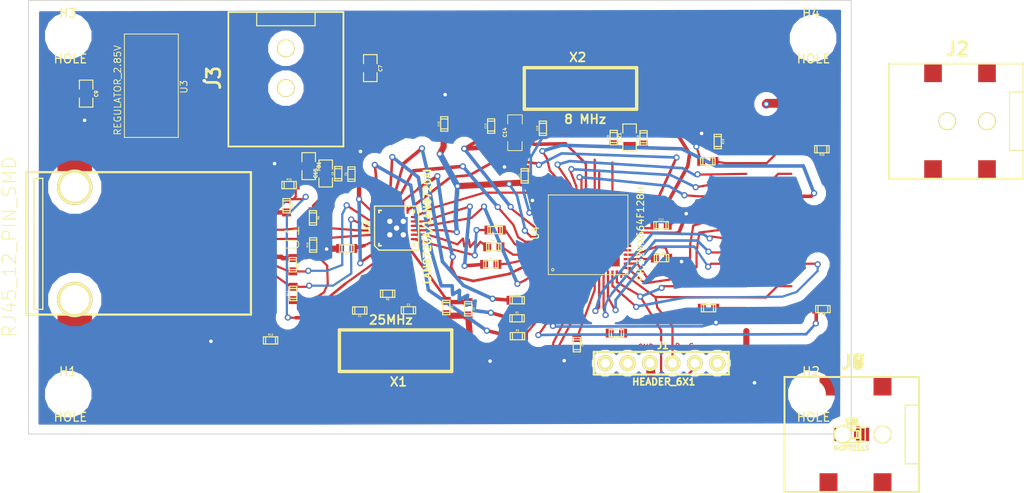
<source format=kicad_pcb>
(kicad_pcb (version 3) (host pcbnew "(2013-07-07 BZR 4022)-stable")
  (layers (15 F.Cu signal) (0 B.Cu signal) (18 B.Paste user) (19 F.Paste user) (20 B.SilkS user) (21 F.SilkS user) (22 B.Mask user) (23 F.Mask user) (28 Edge.Cuts user))
  (net 0 "")
  (net 1 +5v)
  (net 2 AVDD)
  (net 3 ECRSDV)
  (net 4 EMDC)
  (net 5 EMDIO)
  (net 6 EREFCLK)
  (net 7 ERXD0)
  (net 8 ERXD1)
  (net 9 ERXERR)
  (net 10 ETXD0)
  (net 11 ETXD1)
  (net 12 ETXEN)
  (net 13 GND)
  (net 14 GreenLED)
  (net 15 ICSPCLK_RB1)
  (net 16 ICSPDAT_RB0)
  (net 17 N-000001)
  (net 18 N-00000100)
  (net 19 N-00000101)
  (net 20 N-00000102)
  (net 21 N-00000103)
  (net 22 N-00000104)
  (net 23 N-00000105)
  (net 24 N-00000106)
  (net 25 N-00000107)
  (net 26 N-00000108)
  (net 27 N-00000109)
  (net 28 N-00000114)
  (net 29 N-0000012)
  (net 30 N-0000018)
  (net 31 N-0000019)
  (net 32 N-000002)
  (net 33 N-0000029)
  (net 34 N-000003)
  (net 35 N-0000031)
  (net 36 N-0000034)
  (net 37 N-000004)
  (net 38 N-000005)
  (net 39 N-000006)
  (net 40 N-0000081)
  (net 41 N-0000082)
  (net 42 N-0000090)
  (net 43 N-0000091)
  (net 44 N-0000098)
  (net 45 N-0000099)
  (net 46 PROG1)
  (net 47 PROG2)
  (net 48 PROG3)
  (net 49 PROG4)
  (net 50 PROG5)
  (net 51 PROG6)
  (net 52 PROG7)
  (net 53 RB2)
  (net 54 RB3)
  (net 55 RB4)
  (net 56 RB5)
  (net 57 RB6)
  (net 58 RB7)
  (net 59 RB8)
  (net 60 RXN)
  (net 61 RXP)
  (net 62 STAT1)
  (net 63 STAT2)
  (net 64 STAT3)
  (net 65 STAT4)
  (net 66 STAT5)
  (net 67 STAT6)
  (net 68 STAT7)
  (net 69 TXN)
  (net 70 TXP)
  (net 71 VBAT1)
  (net 72 VBAT2)
  (net 73 VBAT3)
  (net 74 VBAT4)
  (net 75 VBAT5)
  (net 76 VBAT6)
  (net 77 VBAT7)
  (net 78 VDD)
  (net 79 YellowLED)
  (net 80 nRST)
  (net 81 ~MCLR~)
  (module TED_SM0603 (layer F.Cu) (at 55.17 104.21 270)
    (fp_text reference R16 (at 0 -0.635 270) (layer F.SilkS) (effects (font (size 0.20066 0.20066) (thickness 0.04064))))
    (fp_text value "10k 1%" hide)
    (pad 2 smd rect (at 0.75184 0 270) (size 0.89916 1.00076) (layers F.Cu F.Paste F.Mask) (net 13 GND) (clearance 0.1))
    (pad 1 smd rect (at -0.75184 0 270) (size 0.89916 1.00076) (layers F.Cu F.Paste F.Mask) (net 17 N-000001) (clearance 0.1))
  )
  (module TED_SM0603 (layer F.Cu) (at 55.46 101.87)
    (fp_text reference R15 (at 0 -0.635) (layer F.SilkS) (effects (font (size 0.20066 0.20066) (thickness 0.04064))))
    (fp_text value 249 hide)
    (pad 2 smd rect (at 0.75184 0) (size 0.89916 1.00076) (layers F.Cu F.Paste F.Mask) (net 17 N-000001) (clearance 0.1))
    (pad 1 smd rect (at -0.75184 0) (size 0.89916 1.00076) (layers F.Cu F.Paste F.Mask) (net 14 GreenLED) (clearance 0.1))
  )
  (module TED_SM0603 (layer F.Cu) (at 92.46 118.6 180)
    (fp_text reference R14 (at 0 -0.635 180) (layer F.SilkS) (effects (font (size 0.20066 0.20066) (thickness 0.04064))))
    (fp_text value 1M hide)
    (pad 2 smd rect (at 0.75184 0 180) (size 0.89916 1.00076) (layers F.Cu F.Paste F.Mask) (net 53 RB2) (clearance 0.1))
    (pad 1 smd rect (at -0.75184 0 180) (size 0.89916 1.00076) (layers F.Cu F.Paste F.Mask) (net 71 VBAT1) (clearance 0.1))
  )
  (module TED_SM0603 (layer F.Cu) (at 53.37 119.43)
    (fp_text reference R13 (at 0 -0.635) (layer F.SilkS) (effects (font (size 0.20066 0.20066) (thickness 0.04064))))
    (fp_text value 249 hide)
    (pad 2 smd rect (at 0.75184 0) (size 0.89916 1.00076) (layers F.Cu F.Paste F.Mask) (net 37 N-000004) (clearance 0.1))
    (pad 1 smd rect (at -0.75184 0) (size 0.89916 1.00076) (layers F.Cu F.Paste F.Mask) (net 79 YellowLED) (clearance 0.1))
  )
  (module TED_SM0603 (layer F.Cu) (at 55.93 114.12 90)
    (fp_text reference R12 (at 0 -0.635 90) (layer F.SilkS) (effects (font (size 0.20066 0.20066) (thickness 0.04064))))
    (fp_text value 49.9 hide)
    (pad 2 smd rect (at 0.75184 0 90) (size 0.89916 1.00076) (layers F.Cu F.Paste F.Mask) (net 70 TXP) (clearance 0.1))
    (pad 1 smd rect (at -0.75184 0 90) (size 0.89916 1.00076) (layers F.Cu F.Paste F.Mask) (net 2 AVDD) (clearance 0.1))
  )
  (module TED_SM0603 (layer F.Cu) (at 55.88 110.87 270)
    (fp_text reference R11 (at 0 -0.635 270) (layer F.SilkS) (effects (font (size 0.20066 0.20066) (thickness 0.04064))))
    (fp_text value 49.9 hide)
    (pad 2 smd rect (at 0.75184 0 270) (size 0.89916 1.00076) (layers F.Cu F.Paste F.Mask) (net 69 TXN) (clearance 0.1))
    (pad 1 smd rect (at -0.75184 0 270) (size 0.89916 1.00076) (layers F.Cu F.Paste F.Mask) (net 2 AVDD) (clearance 0.1))
  )
  (module TED_SM0603 (layer F.Cu) (at 58.18 108.64 90)
    (fp_text reference R10 (at 0 -0.635 90) (layer F.SilkS) (effects (font (size 0.20066 0.20066) (thickness 0.04064))))
    (fp_text value 49.9 hide)
    (pad 2 smd rect (at 0.75184 0 90) (size 0.89916 1.00076) (layers F.Cu F.Paste F.Mask) (net 61 RXP) (clearance 0.1))
    (pad 1 smd rect (at -0.75184 0 90) (size 0.89916 1.00076) (layers F.Cu F.Paste F.Mask) (net 2 AVDD) (clearance 0.1))
  )
  (module TED_SM0603 (layer F.Cu) (at 58.16 105.58 270)
    (fp_text reference R9 (at 0 -0.635 270) (layer F.SilkS) (effects (font (size 0.20066 0.20066) (thickness 0.04064))))
    (fp_text value 49.9 hide)
    (pad 2 smd rect (at 0.75184 0 270) (size 0.89916 1.00076) (layers F.Cu F.Paste F.Mask) (net 60 RXN) (clearance 0.1))
    (pad 1 smd rect (at -0.75184 0 270) (size 0.89916 1.00076) (layers F.Cu F.Paste F.Mask) (net 2 AVDD) (clearance 0.1))
  )
  (module TED_SM0603 (layer F.Cu) (at 78.26 110.83)
    (fp_text reference R8 (at 0 -0.635) (layer F.SilkS) (effects (font (size 0.20066 0.20066) (thickness 0.04064))))
    (fp_text value 33 hide)
    (pad 2 smd rect (at 0.75184 0) (size 0.89916 1.00076) (layers F.Cu F.Paste F.Mask) (net 3 ECRSDV) (clearance 0.1))
    (pad 1 smd rect (at -0.75184 0) (size 0.89916 1.00076) (layers F.Cu F.Paste F.Mask) (net 35 N-0000031) (clearance 0.1))
  )
  (module TED_SM0603 (layer F.Cu) (at 78.6 108.85)
    (fp_text reference R7 (at 0 -0.635) (layer F.SilkS) (effects (font (size 0.20066 0.20066) (thickness 0.04064))))
    (fp_text value 33 hide)
    (pad 2 smd rect (at 0.75184 0) (size 0.89916 1.00076) (layers F.Cu F.Paste F.Mask) (net 7 ERXD0) (clearance 0.1))
    (pad 1 smd rect (at -0.75184 0) (size 0.89916 1.00076) (layers F.Cu F.Paste F.Mask) (net 39 N-000006) (clearance 0.1))
  )
  (module TED_SM0603 (layer F.Cu) (at 78.75 106.95)
    (fp_text reference R6 (at 0 -0.635) (layer F.SilkS) (effects (font (size 0.20066 0.20066) (thickness 0.04064))))
    (fp_text value 33 hide)
    (pad 2 smd rect (at 0.75184 0) (size 0.89916 1.00076) (layers F.Cu F.Paste F.Mask) (net 8 ERXD1) (clearance 0.1))
    (pad 1 smd rect (at -0.75184 0) (size 0.89916 1.00076) (layers F.Cu F.Paste F.Mask) (net 38 N-000005) (clearance 0.1))
  )
  (module TED_SM0603 (layer F.Cu) (at 66.6 114.15 180)
    (fp_text reference R5 (at 0 -0.635 180) (layer F.SilkS) (effects (font (size 0.20066 0.20066) (thickness 0.04064))))
    (fp_text value 1M hide)
    (pad 2 smd rect (at 0.75184 0 180) (size 0.89916 1.00076) (layers F.Cu F.Paste F.Mask) (net 29 N-0000012) (clearance 0.1))
    (pad 1 smd rect (at -0.75184 0 180) (size 0.89916 1.00076) (layers F.Cu F.Paste F.Mask) (net 34 N-000003) (clearance 0.1))
  )
  (module TED_SM0603 (layer F.Cu) (at 81.27 118.95)
    (fp_text reference R3 (at 0 -0.635) (layer F.SilkS) (effects (font (size 0.20066 0.20066) (thickness 0.04064))))
    (fp_text value 33 hide)
    (pad 2 smd rect (at 0.75184 0) (size 0.89916 1.00076) (layers F.Cu F.Paste F.Mask) (net 11 ETXD1) (clearance 0.1))
    (pad 1 smd rect (at -0.75184 0) (size 0.89916 1.00076) (layers F.Cu F.Paste F.Mask) (net 31 N-0000019) (clearance 0.1))
  )
  (module TED_SM0603 (layer F.Cu) (at 81.23 116.93)
    (fp_text reference R2 (at 0 -0.635) (layer F.SilkS) (effects (font (size 0.20066 0.20066) (thickness 0.04064))))
    (fp_text value 33 hide)
    (pad 2 smd rect (at 0.75184 0) (size 0.89916 1.00076) (layers F.Cu F.Paste F.Mask) (net 10 ETXD0) (clearance 0.1))
    (pad 1 smd rect (at -0.75184 0) (size 0.89916 1.00076) (layers F.Cu F.Paste F.Mask) (net 33 N-0000029) (clearance 0.1))
  )
  (module TED_SM0603 (layer F.Cu) (at 81.24 114.89)
    (fp_text reference R1 (at 0 -0.635) (layer F.SilkS) (effects (font (size 0.20066 0.20066) (thickness 0.04064))))
    (fp_text value 33 hide)
    (pad 2 smd rect (at 0.75184 0) (size 0.89916 1.00076) (layers F.Cu F.Paste F.Mask) (net 12 ETXEN) (clearance 0.1))
    (pad 1 smd rect (at -0.75184 0) (size 0.89916 1.00076) (layers F.Cu F.Paste F.Mask) (net 30 N-0000018) (clearance 0.1))
  )
  (module TED_SM0603 (layer F.Cu) (at 92.15 96.5 90)
    (fp_text reference C20 (at 0 -0.635 90) (layer F.SilkS) (effects (font (size 0.20066 0.20066) (thickness 0.04064))))
    (fp_text value .1uF hide)
    (pad 2 smd rect (at 0.75184 0 90) (size 0.89916 1.00076) (layers F.Cu F.Paste F.Mask) (net 13 GND) (clearance 0.1))
    (pad 1 smd rect (at -0.75184 0 90) (size 0.89916 1.00076) (layers F.Cu F.Paste F.Mask) (net 78 VDD) (clearance 0.1))
  )
  (module TED_SM0603 (layer F.Cu) (at 84.15 95.45 90)
    (fp_text reference C19 (at 0 -0.635 90) (layer F.SilkS) (effects (font (size 0.20066 0.20066) (thickness 0.04064))))
    (fp_text value 18pF hide)
    (pad 2 smd rect (at 0.75184 0 90) (size 0.89916 1.00076) (layers F.Cu F.Paste F.Mask) (net 13 GND) (clearance 0.1))
    (pad 1 smd rect (at -0.75184 0 90) (size 0.89916 1.00076) (layers F.Cu F.Paste F.Mask) (net 40 N-0000081) (clearance 0.1))
  )
  (module TED_SM0603 (layer F.Cu) (at 95.53 96.53 90)
    (fp_text reference C18 (at 0 -0.635 90) (layer F.SilkS) (effects (font (size 0.20066 0.20066) (thickness 0.04064))))
    (fp_text value 18pF hide)
    (pad 2 smd rect (at 0.75184 0 90) (size 0.89916 1.00076) (layers F.Cu F.Paste F.Mask) (net 13 GND) (clearance 0.1))
    (pad 1 smd rect (at -0.75184 0 90) (size 0.89916 1.00076) (layers F.Cu F.Paste F.Mask) (net 42 N-0000090) (clearance 0.1))
  )
  (module TED_SM0603 (layer F.Cu) (at 78.3 95.2 90)
    (fp_text reference C13 (at 0 -0.635 90) (layer F.SilkS) (effects (font (size 0.20066 0.20066) (thickness 0.04064))))
    (fp_text value .1uF hide)
    (pad 2 smd rect (at 0.75184 0 90) (size 0.89916 1.00076) (layers F.Cu F.Paste F.Mask) (net 13 GND) (clearance 0.1))
    (pad 1 smd rect (at -0.75184 0 90) (size 0.89916 1.00076) (layers F.Cu F.Paste F.Mask) (net 41 N-0000082) (clearance 0.1))
  )
  (module TED_SM0603 (layer F.Cu) (at 97.51 106.4)
    (fp_text reference C12 (at 0 -0.635) (layer F.SilkS) (effects (font (size 0.20066 0.20066) (thickness 0.04064))))
    (fp_text value .1uF hide)
    (pad 2 smd rect (at 0.75184 0) (size 0.89916 1.00076) (layers F.Cu F.Paste F.Mask) (net 13 GND) (clearance 0.1))
    (pad 1 smd rect (at -0.75184 0) (size 0.89916 1.00076) (layers F.Cu F.Paste F.Mask) (net 78 VDD) (clearance 0.1))
  )
  (module TED_SM0603 (layer F.Cu) (at 82.09 100.83 90)
    (fp_text reference C11 (at 0 -0.635 90) (layer F.SilkS) (effects (font (size 0.20066 0.20066) (thickness 0.04064))))
    (fp_text value .1uF hide)
    (pad 2 smd rect (at 0.75184 0 90) (size 0.89916 1.00076) (layers F.Cu F.Paste F.Mask) (net 13 GND) (clearance 0.1))
    (pad 1 smd rect (at -0.75184 0 90) (size 0.89916 1.00076) (layers F.Cu F.Paste F.Mask) (net 78 VDD) (clearance 0.1))
  )
  (module TED_SM0603 (layer F.Cu) (at 97.56 110.13)
    (fp_text reference C10 (at 0 -0.635) (layer F.SilkS) (effects (font (size 0.20066 0.20066) (thickness 0.04064))))
    (fp_text value .1uF hide)
    (pad 2 smd rect (at 0.75184 0) (size 0.89916 1.00076) (layers F.Cu F.Paste F.Mask) (net 13 GND) (clearance 0.1))
    (pad 1 smd rect (at -0.75184 0) (size 0.89916 1.00076) (layers F.Cu F.Paste F.Mask) (net 78 VDD) (clearance 0.1))
  )
  (module TED_SM0603 (layer F.Cu) (at 87.99 119.91 270)
    (fp_text reference C8 (at 0 -0.635 270) (layer F.SilkS) (effects (font (size 0.20066 0.20066) (thickness 0.04064))))
    (fp_text value .1uF hide)
    (pad 2 smd rect (at 0.75184 0 270) (size 0.89916 1.00076) (layers F.Cu F.Paste F.Mask) (net 13 GND) (clearance 0.1))
    (pad 1 smd rect (at -0.75184 0 270) (size 0.89916 1.00076) (layers F.Cu F.Paste F.Mask) (net 78 VDD) (clearance 0.1))
  )
  (module TED_SM0603 (layer F.Cu) (at 61.02 100.58 90)
    (fp_text reference C6 (at 0 -0.635 90) (layer F.SilkS) (effects (font (size 0.20066 0.20066) (thickness 0.04064))))
    (fp_text value .1uF hide)
    (pad 2 smd rect (at 0.75184 0 90) (size 0.89916 1.00076) (layers F.Cu F.Paste F.Mask) (net 13 GND) (clearance 0.1))
    (pad 1 smd rect (at -0.75184 0 90) (size 0.89916 1.00076) (layers F.Cu F.Paste F.Mask) (net 2 AVDD) (clearance 0.1))
  )
  (module TED_SM0603 (layer F.Cu) (at 62.51 100.63 90)
    (fp_text reference C5 (at 0 -0.635 90) (layer F.SilkS) (effects (font (size 0.20066 0.20066) (thickness 0.04064))))
    (fp_text value .1uF hide)
    (pad 2 smd rect (at 0.75184 0 90) (size 0.89916 1.00076) (layers F.Cu F.Paste F.Mask) (net 13 GND) (clearance 0.1))
    (pad 1 smd rect (at -0.75184 0 90) (size 0.89916 1.00076) (layers F.Cu F.Paste F.Mask) (net 2 AVDD) (clearance 0.1))
  )
  (module TED_SM0603 (layer F.Cu) (at 63.45 116.05 180)
    (fp_text reference C4 (at 0 -0.635 180) (layer F.SilkS) (effects (font (size 0.20066 0.20066) (thickness 0.04064))))
    (fp_text value 18pF hide)
    (pad 2 smd rect (at 0.75184 0 180) (size 0.89916 1.00076) (layers F.Cu F.Paste F.Mask) (net 29 N-0000012) (clearance 0.1))
    (pad 1 smd rect (at -0.75184 0 180) (size 0.89916 1.00076) (layers F.Cu F.Paste F.Mask) (net 13 GND) (clearance 0.1))
  )
  (module TED_SM0603 (layer F.Cu) (at 68.95 116.03)
    (fp_text reference C3 (at 0 -0.635) (layer F.SilkS) (effects (font (size 0.20066 0.20066) (thickness 0.04064))))
    (fp_text value 18pF hide)
    (pad 2 smd rect (at 0.75184 0) (size 0.89916 1.00076) (layers F.Cu F.Paste F.Mask) (net 34 N-000003) (clearance 0.1))
    (pad 1 smd rect (at -0.75184 0) (size 0.89916 1.00076) (layers F.Cu F.Paste F.Mask) (net 13 GND) (clearance 0.1))
  )
  (module TED_SM0603 (layer F.Cu) (at 75.7 115.85 270)
    (fp_text reference C1 (at 0 -0.635 270) (layer F.SilkS) (effects (font (size 0.20066 0.20066) (thickness 0.04064))))
    (fp_text value .1uF hide)
    (pad 2 smd rect (at 0.75184 0 270) (size 0.89916 1.00076) (layers F.Cu F.Paste F.Mask) (net 13 GND) (clearance 0.1))
    (pad 1 smd rect (at -0.75184 0 270) (size 0.89916 1.00076) (layers F.Cu F.Paste F.Mask) (net 36 N-0000034) (clearance 0.1))
  )
  (module TED_3v_DPAK (layer F.Cu) (at 39.89 90.64 270)
    (fp_text reference U3 (at 0.127 -3.683 270) (layer F.SilkS) (effects (font (size 0.762 0.762) (thickness 0.09906))))
    (fp_text value REGULATOR_2.85V (at 0.508 3.81 270) (layer F.SilkS) (effects (font (size 0.762 0.762) (thickness 0.09906))))
    (pad 1 smd rect (at 4.064 2.032 270) (size 3.048 1.524) (layers F.Cu F.Paste F.Mask) (net 13 GND))
    (pad 3 smd rect (at 4.064 -2.032 270) (size 3.048 1.524) (layers F.Cu F.Paste F.Mask) (net 1 +5v))
    (pad 2 smd rect (at -3.048 0 270) (size 5.334 5.08) (layers F.Cu F.Paste F.Mask) (net 78 VDD))
  )
  (module TED_SM0805 (layer F.Cu) (at 57.68 99.73 270)
    (fp_text reference FB1 (at 0.0254 -1.14808 270) (layer F.SilkS) (effects (font (size 0.381 0.381) (thickness 0.09398))))
    (fp_text value 500mA hide)
    (pad 1 smd rect (at -0.9525 0 270) (size 0.889 1.397) (layers F.Cu F.Paste F.Mask) (net 78 VDD))
    (pad 2 smd rect (at 0.9525 0 270) (size 0.889 1.397) (layers F.Cu F.Paste F.Mask) (net 2 AVDD))
  )
  (module TED_SM1206 (layer F.Cu) (at 81 95.95 90)
    (fp_text reference C14 (at 0.0254 -1.14808 90) (layer F.SilkS) (effects (font (size 0.381 0.381) (thickness 0.09398))))
    (fp_text value 10uF hide)
    (pad 1 smd rect (at -1.46304 -0.01524 90) (size 1.00076 1.50114) (layers F.Cu F.Paste F.Mask) (net 41 N-0000082))
    (pad 2 smd rect (at 1.46304 -0.00508 90) (size 1.00076 1.5494) (layers F.Cu F.Paste F.Mask) (net 13 GND))
  )
  (module TED_SM0603 (layer F.Cu) (at 61.98 109.03 180)
    (fp_text reference R4 (at 0 -0.635 180) (layer F.SilkS) (effects (font (size 0.20066 0.20066) (thickness 0.04064))))
    (fp_text value "12.1k 1%" hide)
    (pad 2 smd rect (at 0.75184 0 180) (size 0.89916 1.00076) (layers F.Cu F.Paste F.Mask) (net 13 GND) (clearance 0.1))
    (pad 1 smd rect (at -0.75184 0 180) (size 0.89916 1.00076) (layers F.Cu F.Paste F.Mask) (net 32 N-000002) (clearance 0.1))
  )
  (module TED_QFN24 (layer F.Cu) (at 67.61 106.73 90)
    (fp_text reference U2 (at 0.1 -3.425 90) (layer F.SilkS) (effects (font (size 0.8 0.8) (thickness 0.2))))
    (fp_text value LAN8720A/LAN8720AI (at 0.175 3.475 90) (layer F.SilkS) (effects (font (size 0.8 0.8) (thickness 0.2))))
    (pad 25 smd rect (at 0 0) (size 2.49936 2.49936) (layers F.Cu F.Paste) (net 13 GND))
    (pad 1 smd oval (at -1.99898 -1.24968 90) (size 0.8001 0.24892) (layers F.Cu F.Paste F.Mask) (net 2 AVDD))
    (pad 2 smd oval (at -1.99898 -0.7493 90) (size 0.8001 0.24892) (layers F.Cu F.Paste F.Mask) (net 17 N-000001))
    (pad 3 smd oval (at -1.99898 -0.24892 90) (size 0.8001 0.24892) (layers F.Cu F.Paste F.Mask) (net 37 N-000004))
    (pad 4 smd oval (at -1.99898 0.24892 90) (size 0.8001 0.24892) (layers F.Cu F.Paste F.Mask) (net 29 N-0000012))
    (pad 5 smd oval (at -1.99898 0.7493 90) (size 0.8001 0.24892) (layers F.Cu F.Paste F.Mask) (net 34 N-000003))
    (pad 6 smd oval (at -1.99898 1.24968 90) (size 0.8001 0.24892) (layers F.Cu F.Paste F.Mask) (net 36 N-0000034))
    (pad 7 smd oval (at -1.24968 1.99898 180) (size 0.8001 0.24892) (layers F.Cu F.Paste F.Mask) (net 38 N-000005))
    (pad 8 smd oval (at -0.7493 1.99898 180) (size 0.8001 0.24892) (layers F.Cu F.Paste F.Mask) (net 39 N-000006))
    (pad 9 smd oval (at -0.24892 1.99898 180) (size 0.8001 0.24892) (layers F.Cu F.Paste F.Mask) (net 78 VDD))
    (pad 10 smd oval (at 0.24892 1.99898 180) (size 0.8001 0.24892) (layers F.Cu F.Paste F.Mask) (net 9 ERXERR))
    (pad 11 smd oval (at 0.7493 1.99898 180) (size 0.8001 0.24892) (layers F.Cu F.Paste F.Mask) (net 35 N-0000031))
    (pad 12 smd oval (at 1.24968 1.99898 180) (size 0.8001 0.24892) (layers F.Cu F.Paste F.Mask) (net 5 EMDIO))
    (pad 13 smd oval (at 1.99898 1.24968 270) (size 0.8001 0.24892) (layers F.Cu F.Paste F.Mask) (net 4 EMDC))
    (pad 14 smd oval (at 1.99898 0.7493 270) (size 0.8001 0.24892) (layers F.Cu F.Paste F.Mask) (net 6 EREFCLK))
    (pad 15 smd oval (at 1.99898 0.24892 270) (size 0.8001 0.24892) (layers F.Cu F.Paste F.Mask) (net 80 nRST))
    (pad 16 smd oval (at 1.99898 -0.24892 270) (size 0.8001 0.24892) (layers F.Cu F.Paste F.Mask) (net 30 N-0000018))
    (pad 17 smd oval (at 1.99898 -0.7493 270) (size 0.8001 0.24892) (layers F.Cu F.Paste F.Mask) (net 33 N-0000029))
    (pad 18 smd oval (at 1.99898 -1.24968 270) (size 0.8001 0.24892) (layers F.Cu F.Paste F.Mask) (net 31 N-0000019))
    (pad 19 smd oval (at 1.24968 -1.99898) (size 0.8001 0.24892) (layers F.Cu F.Paste F.Mask) (net 2 AVDD))
    (pad 20 smd oval (at 0.7493 -1.99898) (size 0.8001 0.24892) (layers F.Cu F.Paste F.Mask) (net 69 TXN))
    (pad 21 smd oval (at 0.24892 -1.99898) (size 0.8001 0.24892) (layers F.Cu F.Paste F.Mask) (net 70 TXP))
    (pad 22 smd oval (at -0.24892 -1.99898) (size 0.8001 0.24892) (layers F.Cu F.Paste F.Mask) (net 60 RXN))
    (pad 23 smd oval (at -0.7493 -1.99898) (size 0.8001 0.24892) (layers F.Cu F.Paste F.Mask) (net 61 RXP))
    (pad 24 smd oval (at -1.24968 -1.99898) (size 0.8001 0.24892) (layers F.Cu F.Paste F.Mask) (net 32 N-000002))
    (pad 25 thru_hole circle (at 0 0) (size 0.6 0.6) (drill 0.6) (layers *.Cu) (net 13 GND))
    (pad 25 thru_hole circle (at 0.762 -0.762) (size 0.6 0.6) (drill 0.6) (layers *.Cu) (net 13 GND))
    (pad 25 thru_hole circle (at -0.762 -0.762) (size 0.6 0.6) (drill 0.6) (layers *.Cu) (net 13 GND))
    (pad 25 thru_hole circle (at 0.762 0.762) (size 0.6 0.6) (drill 0.6) (layers *.Cu) (net 13 GND))
    (pad 25 thru_hole circle (at -0.762 0.762) (size 0.6 0.6) (drill 0.6) (layers *.Cu) (net 13 GND))
    (pad 25 smd rect (at 0 0) (size 2.49936 2.49936) (layers B.Cu B.Paste) (net 13 GND))
  )
  (module TED_crystal_W_GND_SMT_13x5mm (layer F.Cu) (at 88.4 90.95)
    (fp_text reference X2 (at -0.3175 -3.5179) (layer F.SilkS) (effects (font (size 1.00076 1.00076) (thickness 0.20066))))
    (fp_text value "8 MHz" (at 0.5334 3.47472) (layer F.SilkS) (effects (font (size 1.00076 1.00076) (thickness 0.20066))))
    (pad 1 smd rect (at -4.75 0) (size 5.6 2.1) (layers F.Cu F.Paste F.Mask) (net 42 N-0000090))
    (pad 2 smd rect (at 4.75 0) (size 5.6 2.1) (layers F.Cu F.Paste F.Mask) (net 40 N-0000081))
    (pad 3 smd rect (at 0 -2) (size 2.1 4) (layers F.Cu F.Paste F.Mask) (net 13 GND))
  )
  (module TED_crystal_W_GND_SMT_13x5mm (layer F.Cu) (at 67.5 120.59 180)
    (fp_text reference X1 (at -0.3175 -3.5179 180) (layer F.SilkS) (effects (font (size 1.00076 1.00076) (thickness 0.20066))))
    (fp_text value 25MHz (at 0.5334 3.47472 180) (layer F.SilkS) (effects (font (size 1.00076 1.00076) (thickness 0.20066))))
    (pad 1 smd rect (at -4.75 0 180) (size 5.6 2.1) (layers F.Cu F.Paste F.Mask) (net 34 N-000003))
    (pad 2 smd rect (at 4.75 0 180) (size 5.6 2.1) (layers F.Cu F.Paste F.Mask) (net 29 N-0000012))
    (pad 3 smd rect (at 0 -2 180) (size 2.1 4) (layers F.Cu F.Paste F.Mask) (net 13 GND))
  )
  (module TED_RJ45_12pin_SMD (layer F.Cu) (at 38.45 108.46 270)
    (fp_text reference U1 (at -0.625 -17.4 270) (layer F.SilkS) (effects (font (size 1.524 1.524) (thickness 0.09906))))
    (fp_text value RJ45_12_PIN_SMD (at 0.4 14.6 270) (layer F.SilkS) (effects (font (size 1.524 1.524) (thickness 0.09906))))
    (pad 12 smd rect (at -6.6 -12.7 270) (size 0.81 4.6) (layers F.Cu F.Paste F.Mask) (net 14 GreenLED) (clearance 0.2))
    (pad 11 smd rect (at -4.76 -12.7 270) (size 0.81 4.6) (layers F.Cu F.Paste F.Mask) (net 13 GND) (clearance 0.2))
    (pad 10 smd rect (at -3.56 -12.7 270) (size 0.61 4.6) (layers F.Cu F.Paste F.Mask) (net 13 GND) (clearance 0.2))
    (pad 9 smd rect (at -2.54 -12.7 270) (size 0.61 4.6) (layers F.Cu F.Paste F.Mask) (clearance 0.2))
    (pad 7 smd rect (at -0.5 -12.7 270) (size 0.61 4.6) (layers F.Cu F.Paste F.Mask) (net 61 RXP) (clearance 0.2))
    (pad 3 smd rect (at 3.56 -12.7 270) (size 0.61 4.6) (layers F.Cu F.Paste F.Mask) (net 70 TXP) (clearance 0.2))
    (pad 5 smd rect (at 1.52 -12.7 270) (size 0.61 4.6) (layers F.Cu F.Paste F.Mask) (net 2 AVDD) (clearance 0.2))
    (pad 1 smd rect (at 6.6 -12.7 270) (size 0.81 4.6) (layers F.Cu F.Paste F.Mask) (net 79 YellowLED) (clearance 0.2))
    (pad 2 smd rect (at 4.76 -12.7 270) (size 0.81 4.6) (layers F.Cu F.Paste F.Mask) (net 13 GND) (clearance 0.2))
    (pad 6 smd rect (at 0.51 -12.7 270) (size 0.61 4.6) (layers F.Cu F.Paste F.Mask) (net 2 AVDD) (clearance 0.2))
    (pad 4 smd rect (at 2.54 -12.7 270) (size 0.61 4.6) (layers F.Cu F.Paste F.Mask) (net 69 TXN) (clearance 0.2))
    (pad "" np_thru_hole circle (at 6.35 7.22 270) (size 4 4) (drill 3.25) (layers *.Cu *.Mask F.SilkS) (clearance 0.3))
    (pad "" np_thru_hole circle (at -6.35 7.22 270) (size 4 4) (drill 3.25) (layers *.Cu *.Mask F.SilkS) (clearance 0.3))
    (pad 8 smd rect (at -1.52 -12.7 270) (size 0.61 4.6) (layers F.Cu F.Paste F.Mask) (net 60 RXN) (clearance 0.2))
    (pad "" connect rect (at -9.3 7.22 270) (size 2.5 3.9) (layers F.Cu F.Mask))
    (pad "" connect rect (at 9.3 7.22 270) (size 2.5 3.9) (layers F.Cu F.Mask))
  )
  (module TED_SM0603 (layer F.Cu) (at 73.23 115.71 270)
    (fp_text reference C2 (at 0 -0.635 270) (layer F.SilkS) (effects (font (size 0.20066 0.20066) (thickness 0.04064))))
    (fp_text value 1uF hide)
    (pad 2 smd rect (at 0.75184 0 270) (size 0.89916 1.00076) (layers F.Cu F.Paste F.Mask) (net 13 GND))
    (pad 1 smd rect (at -0.75184 0 270) (size 0.89916 1.00076) (layers F.Cu F.Paste F.Mask) (net 36 N-0000034))
  )
  (module TED_SM0603 (layer F.Cu) (at 73 94.96 90)
    (fp_text reference C16 (at 0 -0.635 90) (layer F.SilkS) (effects (font (size 0.20066 0.20066) (thickness 0.04064))))
    (fp_text value .1uF hide)
    (pad 2 smd rect (at 0.75184 0 90) (size 0.89916 1.00076) (layers F.Cu F.Paste F.Mask) (net 13 GND) (clearance 0.1))
    (pad 1 smd rect (at -0.75184 0 90) (size 0.89916 1.00076) (layers F.Cu F.Paste F.Mask) (net 78 VDD) (clearance 0.1))
  )
  (module TED_DC_2.1mm_SMT (layer F.Cu) (at 55.1 89.91 90)
    (fp_text reference J3 (at 0.15748 -8.15848 90) (layer F.SilkS) (effects (font (size 1.524 1.524) (thickness 0.3048))))
    (fp_text value DC_2.1MM hide)
    (pad "" np_thru_hole circle (at -1.00076 0 90) (size 1.99898 1.99898) (drill 1.69926) (layers *.Cu *.Mask F.SilkS))
    (pad 1 smd rect (at 3.50012 5.4102 90) (size 1.99898 1.99898) (layers F.Cu F.Paste F.Mask) (net 1 +5v))
    (pad 1 smd rect (at -2.60096 5.4102 90) (size 1.99898 1.99898) (layers F.Cu F.Paste F.Mask) (net 1 +5v))
    (pad 2 smd rect (at 3.50012 -5.41528 90) (size 1.99898 1.99898) (layers F.Cu F.Paste F.Mask) (net 13 GND))
    (pad 3 smd rect (at -2.60096 -5.41528 90) (size 1.99898 1.99898) (layers F.Cu F.Paste F.Mask))
    (pad "" np_thru_hole circle (at 3.50012 0 90) (size 1.99898 1.99898) (drill 1.69926) (layers *.Cu *.Mask F.SilkS))
  )
  (module TED_HEADER_6x1_BOTTOM (layer F.Cu) (at 97.54 122)
    (fp_text reference J1 (at 0.1778 -1.98628) (layer F.SilkS) (effects (font (size 0.762 0.762) (thickness 0.1905))))
    (fp_text value HEADER_6X1 (at 0.26924 2.11328) (layer F.SilkS) (effects (font (size 0.762 0.762) (thickness 0.1905))))
    (pad 5 thru_hole circle (at 3.78968 0) (size 1.8 1.8) (drill 1) (layers *.Mask F.Cu F.SilkS) (net 15 ICSPCLK_RB1))
    (pad 6 thru_hole circle (at 6.32968 0) (size 1.8 1.8) (drill 1) (layers *.Mask F.Cu F.SilkS))
    (pad 1 thru_hole circle (at -6.35 0) (size 1.8 1.8) (drill 1) (layers *.Mask F.Cu F.SilkS) (net 81 ~MCLR~))
    (pad 2 thru_hole circle (at -3.81 0) (size 1.8 1.8) (drill 1) (layers *.Mask F.Cu F.SilkS) (net 78 VDD))
    (pad 4 thru_hole circle (at 1.25984 0) (size 1.8 1.8) (drill 1) (layers *.Mask F.Cu F.SilkS) (net 16 ICSPDAT_RB0))
    (pad 3 thru_hole circle (at -1.28016 0) (size 1.8 1.8) (drill 1) (layers *.Mask F.Cu F.SilkS) (net 13 GND))
  )
  (module TED_SM0603 (layer F.Cu) (at 102.87 115.79)
    (fp_text reference R17 (at 0 -0.635) (layer F.SilkS) (effects (font (size 0.20066 0.20066) (thickness 0.04064))))
    (fp_text value 1M hide)
    (pad 2 smd rect (at 0.75184 0) (size 0.89916 1.00076) (layers F.Cu F.Paste F.Mask) (net 13 GND) (clearance 0.1))
    (pad 1 smd rect (at -0.75184 0) (size 0.89916 1.00076) (layers F.Cu F.Paste F.Mask) (net 53 RB2) (clearance 0.1))
  )
  (module TED_SM0603 (layer F.Cu) (at 115.8 115.89 180)
    (fp_text reference R18 (at 0 -0.635 180) (layer F.SilkS) (effects (font (size 0.20066 0.20066) (thickness 0.04064))))
    (fp_text value 1M hide)
    (pad 2 smd rect (at 0.75184 0 180) (size 0.89916 1.00076) (layers F.Cu F.Paste F.Mask) (net 54 RB3) (clearance 0.1))
    (pad 1 smd rect (at -0.75184 0 180) (size 0.89916 1.00076) (layers F.Cu F.Paste F.Mask) (net 72 VBAT2) (clearance 0.1))
  )
  (module TED_SM0603 (layer F.Cu) (at 103.91 96.95 270)
    (fp_text reference R19 (at 0 -0.635 270) (layer F.SilkS) (effects (font (size 0.20066 0.20066) (thickness 0.04064))))
    (fp_text value 1M hide)
    (pad 2 smd rect (at 0.75184 0 270) (size 0.89916 1.00076) (layers F.Cu F.Paste F.Mask) (net 13 GND) (clearance 0.1))
    (pad 1 smd rect (at -0.75184 0 270) (size 0.89916 1.00076) (layers F.Cu F.Paste F.Mask) (net 54 RB3) (clearance 0.1))
  )
  (module TED_SM0603 (layer F.Cu) (at 115.69 97.82 180)
    (fp_text reference R20 (at 0 -0.635 180) (layer F.SilkS) (effects (font (size 0.20066 0.20066) (thickness 0.04064))))
    (fp_text value 1M hide)
    (pad 2 smd rect (at 0.75184 0 180) (size 0.89916 1.00076) (layers F.Cu F.Paste F.Mask) (net 55 RB4) (clearance 0.1))
    (pad 1 smd rect (at -0.75184 0 180) (size 0.89916 1.00076) (layers F.Cu F.Paste F.Mask) (net 73 VBAT3) (clearance 0.1))
  )
  (module TED_QFN64+1 (layer F.Cu) (at 89.26 107.49 90)
    (fp_text reference U4 (at 0.2 -5.95 90) (layer F.SilkS) (effects (font (size 0.762 0.762) (thickness 0.127))))
    (fp_text value PIC32MX664F128H (at 0.1 5.925 90) (layer F.SilkS) (effects (font (size 0.762 0.762) (thickness 0.127))))
    (pad 15 smd rect (at -4.45 3.25 180) (size 0.25 0.85) (layers F.Cu F.Paste F.Mask) (net 15 ICSPCLK_RB1))
    (pad 16 smd rect (at -4.45 3.75 180) (size 0.25 0.85) (layers F.Cu F.Paste F.Mask) (net 16 ICSPDAT_RB0))
    (pad 9 smd rect (at -4.45 0.25 180) (size 0.25 0.85) (layers F.Cu F.Paste F.Mask) (net 13 GND))
    (pad 10 smd rect (at -4.45 0.75 180) (size 0.25 0.85) (layers F.Cu F.Paste F.Mask) (net 78 VDD))
    (pad 12 smd rect (at -4.45 1.75 180) (size 0.25 0.85) (layers F.Cu F.Paste F.Mask) (net 55 RB4))
    (pad 11 smd rect (at -4.45 1.25 180) (size 0.25 0.85) (layers F.Cu F.Paste F.Mask) (net 56 RB5))
    (pad 14 smd rect (at -4.45 2.75 180) (size 0.25 0.85) (layers F.Cu F.Paste F.Mask) (net 53 RB2))
    (pad 13 smd rect (at -4.45 2.25 180) (size 0.25 0.85) (layers F.Cu F.Paste F.Mask) (net 54 RB3))
    (pad 5 smd rect (at -4.45 -1.75 180) (size 0.25 0.85) (layers F.Cu F.Paste F.Mask))
    (pad 6 smd rect (at -4.45 -1.25 180) (size 0.25 0.85) (layers F.Cu F.Paste F.Mask))
    (pad 8 smd rect (at -4.45 -0.25 180) (size 0.25 0.85) (layers F.Cu F.Paste F.Mask))
    (pad 7 smd rect (at -4.45 -0.75 180) (size 0.25 0.85) (layers F.Cu F.Paste F.Mask) (net 81 ~MCLR~))
    (pad 3 smd rect (at -4.45 -2.75 180) (size 0.25 0.85) (layers F.Cu F.Paste F.Mask) (net 11 ETXD1))
    (pad 4 smd rect (at -4.45 -2.25 180) (size 0.25 0.85) (layers F.Cu F.Paste F.Mask))
    (pad 2 smd rect (at -4.45 -3.25 180) (size 0.25 0.85) (layers F.Cu F.Paste F.Mask) (net 10 ETXD0))
    (pad 1 smd rect (at -4.45 -3.75 180) (size 0.25 0.85) (layers F.Cu F.Paste F.Mask) (net 12 ETXEN))
    (pad 64 smd rect (at -3.75 -4.45 270) (size 0.25 0.85) (layers F.Cu F.Paste F.Mask) (net 9 ERXERR))
    (pad 63 smd rect (at -3.25 -4.45 270) (size 0.25 0.85) (layers F.Cu F.Paste F.Mask) (net 6 EREFCLK))
    (pad 61 smd rect (at -2.25 -4.45 270) (size 0.25 0.85) (layers F.Cu F.Paste F.Mask) (net 7 ERXD0))
    (pad 62 smd rect (at -2.75 -4.45 270) (size 0.25 0.85) (layers F.Cu F.Paste F.Mask) (net 3 ECRSDV))
    (pad 58 smd rect (at -0.75 -4.45 270) (size 0.25 0.85) (layers F.Cu F.Paste F.Mask) (net 80 nRST))
    (pad 57 smd rect (at -0.25 -4.45 270) (size 0.25 0.85) (layers F.Cu F.Paste F.Mask) (net 78 VDD))
    (pad 59 smd rect (at -1.25 -4.45 270) (size 0.25 0.85) (layers F.Cu F.Paste F.Mask))
    (pad 60 smd rect (at -1.75 -4.45 270) (size 0.25 0.85) (layers F.Cu F.Paste F.Mask) (net 8 ERXD1))
    (pad 52 smd rect (at 2.25 -4.45 270) (size 0.25 0.85) (layers F.Cu F.Paste F.Mask))
    (pad 51 smd rect (at 2.75 -4.45 270) (size 0.25 0.85) (layers F.Cu F.Paste F.Mask))
    (pad 54 smd rect (at 1.25 -4.45 270) (size 0.25 0.85) (layers F.Cu F.Paste F.Mask))
    (pad 53 smd rect (at 1.75 -4.45 270) (size 0.25 0.85) (layers F.Cu F.Paste F.Mask))
    (pad 55 smd rect (at 0.75 -4.45 270) (size 0.25 0.85) (layers F.Cu F.Paste F.Mask))
    (pad 56 smd rect (at 0.25 -4.45 270) (size 0.25 0.85) (layers F.Cu F.Paste F.Mask) (net 41 N-0000082))
    (pad 49 smd rect (at 3.75 -4.45 270) (size 0.25 0.85) (layers F.Cu F.Paste F.Mask) (net 5 EMDIO))
    (pad 50 smd rect (at 3.25 -4.45 270) (size 0.25 0.85) (layers F.Cu F.Paste F.Mask))
    (pad 48 smd rect (at 4.45 -3.75 180) (size 0.25 0.85) (layers F.Cu F.Paste F.Mask))
    (pad 47 smd rect (at 4.45 -3.25 180) (size 0.25 0.85) (layers F.Cu F.Paste F.Mask))
    (pad 45 smd rect (at 4.45 -2.25 180) (size 0.25 0.85) (layers F.Cu F.Paste F.Mask))
    (pad 46 smd rect (at 4.45 -2.75 180) (size 0.25 0.85) (layers F.Cu F.Paste F.Mask))
    (pad 42 smd rect (at 4.45 -0.75 180) (size 0.25 0.85) (layers F.Cu F.Paste F.Mask) (net 67 STAT6))
    (pad 41 smd rect (at 4.45 -0.25 180) (size 0.25 0.85) (layers F.Cu F.Paste F.Mask) (net 13 GND))
    (pad 43 smd rect (at 4.45 -1.25 180) (size 0.25 0.85) (layers F.Cu F.Paste F.Mask) (net 68 STAT7))
    (pad 44 smd rect (at 4.45 -1.75 180) (size 0.25 0.85) (layers F.Cu F.Paste F.Mask))
    (pad 36 smd rect (at 4.45 2.25 180) (size 0.25 0.85) (layers F.Cu F.Paste F.Mask) (net 65 STAT4))
    (pad 35 smd rect (at 4.45 2.75 180) (size 0.25 0.85) (layers F.Cu F.Paste F.Mask) (net 78 VDD))
    (pad 38 smd rect (at 4.45 1.25 180) (size 0.25 0.85) (layers F.Cu F.Paste F.Mask) (net 78 VDD))
    (pad 37 smd rect (at 4.45 1.75 180) (size 0.25 0.85) (layers F.Cu F.Paste F.Mask) (net 66 STAT5))
    (pad 39 smd rect (at 4.45 0.75 180) (size 0.25 0.85) (layers F.Cu F.Paste F.Mask) (net 40 N-0000081))
    (pad 40 smd rect (at 4.45 0.25 180) (size 0.25 0.85) (layers F.Cu F.Paste F.Mask) (net 42 N-0000090))
    (pad 33 smd rect (at 4.45 3.75 180) (size 0.25 0.85) (layers F.Cu F.Paste F.Mask) (net 64 STAT3))
    (pad 34 smd rect (at 4.45 3.25 180) (size 0.25 0.85) (layers F.Cu F.Paste F.Mask))
    (pad 31 smd rect (at 3.25 4.45 270) (size 0.25 0.85) (layers F.Cu F.Paste F.Mask) (net 62 STAT1))
    (pad 32 smd rect (at 3.75 4.45 270) (size 0.25 0.85) (layers F.Cu F.Paste F.Mask) (net 63 STAT2))
    (pad 25 smd rect (at 0.25 4.45 270) (size 0.25 0.85) (layers F.Cu F.Paste F.Mask) (net 13 GND))
    (pad 26 smd rect (at 0.75 4.45 270) (size 0.25 0.85) (layers F.Cu F.Paste F.Mask) (net 78 VDD))
    (pad 28 smd rect (at 1.75 4.45 270) (size 0.25 0.85) (layers F.Cu F.Paste F.Mask))
    (pad 27 smd rect (at 1.27 4.45 270) (size 0.25 0.85) (layers F.Cu F.Paste F.Mask))
    (pad 30 smd rect (at 2.75 4.45 270) (size 0.25 0.85) (layers F.Cu F.Paste F.Mask) (net 4 EMDC))
    (pad 29 smd rect (at 2.25 4.45 270) (size 0.25 0.85) (layers F.Cu F.Paste F.Mask))
    (pad 21 smd rect (at -1.75 4.45 270) (size 0.25 0.85) (layers F.Cu F.Paste F.Mask) (net 58 RB7))
    (pad 22 smd rect (at -1.25 4.45 270) (size 0.25 0.85) (layers F.Cu F.Paste F.Mask))
    (pad 24 smd rect (at -0.25 4.45 270) (size 0.25 0.85) (layers F.Cu F.Paste F.Mask))
    (pad 23 smd rect (at -0.75 4.45 270) (size 0.25 0.85) (layers F.Cu F.Paste F.Mask))
    (pad 19 smd rect (at -2.75 4.45 270) (size 0.25 0.85) (layers F.Cu F.Paste F.Mask) (net 78 VDD))
    (pad 20 smd rect (at -2.25 4.45 270) (size 0.25 0.85) (layers F.Cu F.Paste F.Mask) (net 13 GND))
    (pad 18 smd rect (at -3.25 4.45 270) (size 0.25 0.85) (layers F.Cu F.Paste F.Mask) (net 58 RB7))
    (pad 17 smd rect (at -3.75 4.45 270) (size 0.25 0.85) (layers F.Cu F.Paste F.Mask) (net 57 RB6))
    (pad 65 smd rect (at 0 0 270) (size 7.15 7.15) (layers F.Cu F.Paste F.Mask) (net 13 GND))
  )
  (module TED_Hole_3.25mm (layer F.Cu) (at 30.5 125.5)
    (fp_text reference H1 (at -0.05 -2.55) (layer F.SilkS))
    (fp_text value HOLE (at 0.25 2.6) (layer F.SilkS))
    (pad "" np_thru_hole circle (at 0 0) (size 3.25 3.25) (drill 3.25) (layers *.Cu *.Mask F.SilkS))
  )
  (module TED_Hole_3.25mm (layer F.Cu) (at 114.5 125.5)
    (fp_text reference H2 (at -0.05 -2.55) (layer F.SilkS))
    (fp_text value HOLE (at 0.25 2.6) (layer F.SilkS))
    (pad "" np_thru_hole circle (at 0 0) (size 3.25 3.25) (drill 3.25) (layers *.Cu *.Mask F.SilkS))
  )
  (module TED_Hole_3.25mm (layer F.Cu) (at 30.5 85)
    (fp_text reference H3 (at -0.05 -2.55) (layer F.SilkS))
    (fp_text value HOLE (at 0.25 2.6) (layer F.SilkS))
    (pad "" np_thru_hole circle (at 0 0) (size 3.25 3.25) (drill 3.25) (layers *.Cu *.Mask F.SilkS))
  )
  (module TED_Hole_3.25mm (layer F.Cu) (at 114.5 85)
    (fp_text reference H4 (at -0.05 -2.55) (layer F.SilkS))
    (fp_text value HOLE (at 0.25 2.6) (layer F.SilkS))
    (pad "" np_thru_hole circle (at 0.19 0.27) (size 3.25 3.25) (drill 3.25) (layers *.Cu *.Mask F.SilkS))
  )
  (module TED_SM0603 (layer F.Cu) (at 102.79 99.19 180)
    (fp_text reference R21 (at 0 -0.635 180) (layer F.SilkS) (effects (font (size 0.20066 0.20066) (thickness 0.04064))))
    (fp_text value 1M hide)
    (pad 2 smd rect (at 0.75184 0 180) (size 0.89916 1.00076) (layers F.Cu F.Paste F.Mask) (net 13 GND) (clearance 0.1))
    (pad 1 smd rect (at -0.75184 0 180) (size 0.89916 1.00076) (layers F.Cu F.Paste F.Mask) (net 55 RB4) (clearance 0.1))
  )
  (module TED_SM0805 (layer F.Cu) (at 119.050001 130.055001)
    (fp_text reference C27 (at 0.0254 -1.14808) (layer F.SilkS) (effects (font (size 0.381 0.381) (thickness 0.09398))))
    (fp_text value 1uF hide)
    (pad 1 smd rect (at -0.9525 0) (size 0.889 1.397) (layers F.Cu F.Paste F.Mask) (net 73 VBAT3))
    (pad 2 smd rect (at 0.9525 0) (size 0.889 1.397) (layers F.Cu F.Paste F.Mask) (net 13 GND))
  )
  (module TED_SM0805 (layer F.Cu) (at 119.050001 130.055001)
    (fp_text reference C29 (at 0.0254 -1.14808) (layer F.SilkS) (effects (font (size 0.381 0.381) (thickness 0.09398))))
    (fp_text value 1uF hide)
    (pad 1 smd rect (at -0.9525 0) (size 0.889 1.397) (layers F.Cu F.Paste F.Mask) (net 76 VBAT6))
    (pad 2 smd rect (at 0.9525 0) (size 0.889 1.397) (layers F.Cu F.Paste F.Mask) (net 13 GND))
  )
  (module TED_SM0805 (layer F.Cu) (at 119.050001 130.055001)
    (fp_text reference C33 (at 0.0254 -1.14808) (layer F.SilkS) (effects (font (size 0.381 0.381) (thickness 0.09398))))
    (fp_text value 1uF hide)
    (pad 1 smd rect (at -0.9525 0) (size 0.889 1.397) (layers F.Cu F.Paste F.Mask) (net 43 N-0000091))
    (pad 2 smd rect (at 0.9525 0) (size 0.889 1.397) (layers F.Cu F.Paste F.Mask) (net 13 GND))
  )
  (module TED_SM0805 (layer F.Cu) (at 119.050001 130.055001)
    (fp_text reference C31 (at 0.0254 -1.14808) (layer F.SilkS) (effects (font (size 0.381 0.381) (thickness 0.09398))))
    (fp_text value 1uF hide)
    (pad 1 smd rect (at -0.9525 0) (size 0.889 1.397) (layers F.Cu F.Paste F.Mask) (net 24 N-00000106))
    (pad 2 smd rect (at 0.9525 0) (size 0.889 1.397) (layers F.Cu F.Paste F.Mask) (net 13 GND))
  )
  (module TED_SM0805 (layer F.Cu) (at 119.050001 130.055001)
    (fp_text reference C32 (at 0.0254 -1.14808) (layer F.SilkS) (effects (font (size 0.381 0.381) (thickness 0.09398))))
    (fp_text value 1uF hide)
    (pad 1 smd rect (at -0.9525 0) (size 0.889 1.397) (layers F.Cu F.Paste F.Mask) (net 23 N-00000105))
    (pad 2 smd rect (at 0.9525 0) (size 0.889 1.397) (layers F.Cu F.Paste F.Mask) (net 13 GND))
  )
  (module TED_SM0805 (layer F.Cu) (at 119.050001 130.055001)
    (fp_text reference C23 (at 0.0254 -1.14808) (layer F.SilkS) (effects (font (size 0.381 0.381) (thickness 0.09398))))
    (fp_text value 1uF hide)
    (pad 1 smd rect (at -0.9525 0) (size 0.889 1.397) (layers F.Cu F.Paste F.Mask) (net 22 N-00000104))
    (pad 2 smd rect (at 0.9525 0) (size 0.889 1.397) (layers F.Cu F.Paste F.Mask) (net 13 GND))
  )
  (module TED_SM0805 (layer F.Cu) (at 119.050001 130.055001)
    (fp_text reference C34 (at 0.0254 -1.14808) (layer F.SilkS) (effects (font (size 0.381 0.381) (thickness 0.09398))))
    (fp_text value 1uF hide)
    (pad 1 smd rect (at -0.9525 0) (size 0.889 1.397) (layers F.Cu F.Paste F.Mask) (net 27 N-00000109))
    (pad 2 smd rect (at 0.9525 0) (size 0.889 1.397) (layers F.Cu F.Paste F.Mask) (net 13 GND))
  )
  (module TED_SM0805 (layer F.Cu) (at 119.050001 130.055001)
    (fp_text reference C24 (at 0.0254 -1.14808) (layer F.SilkS) (effects (font (size 0.381 0.381) (thickness 0.09398))))
    (fp_text value 1uF hide)
    (pad 1 smd rect (at -0.9525 0) (size 0.889 1.397) (layers F.Cu F.Paste F.Mask) (net 26 N-00000108))
    (pad 2 smd rect (at 0.9525 0) (size 0.889 1.397) (layers F.Cu F.Paste F.Mask) (net 13 GND))
  )
  (module TED_SM0805 (layer F.Cu) (at 119.050001 130.055001)
    (fp_text reference C22 (at 0.0254 -1.14808) (layer F.SilkS) (effects (font (size 0.381 0.381) (thickness 0.09398))))
    (fp_text value 1uF hide)
    (pad 1 smd rect (at -0.9525 0) (size 0.889 1.397) (layers F.Cu F.Paste F.Mask) (net 75 VBAT5))
    (pad 2 smd rect (at 0.9525 0) (size 0.889 1.397) (layers F.Cu F.Paste F.Mask) (net 13 GND))
  )
  (module TED_SM0805 (layer F.Cu) (at 119.050001 130.055001)
    (fp_text reference C26 (at 0.0254 -1.14808) (layer F.SilkS) (effects (font (size 0.381 0.381) (thickness 0.09398))))
    (fp_text value 1uF hide)
    (pad 1 smd rect (at -0.9525 0) (size 0.889 1.397) (layers F.Cu F.Paste F.Mask) (net 72 VBAT2))
    (pad 2 smd rect (at 0.9525 0) (size 0.889 1.397) (layers F.Cu F.Paste F.Mask) (net 13 GND))
  )
  (module TED_SM0805 (layer F.Cu) (at 119.050001 130.055001)
    (fp_text reference C28 (at 0.0254 -1.14808) (layer F.SilkS) (effects (font (size 0.381 0.381) (thickness 0.09398))))
    (fp_text value 1uF hide)
    (pad 1 smd rect (at -0.9525 0) (size 0.889 1.397) (layers F.Cu F.Paste F.Mask) (net 77 VBAT7))
    (pad 2 smd rect (at 0.9525 0) (size 0.889 1.397) (layers F.Cu F.Paste F.Mask) (net 13 GND))
  )
  (module TED_SM0805 (layer F.Cu) (at 119.050001 130.055001)
    (fp_text reference C25 (at 0.0254 -1.14808) (layer F.SilkS) (effects (font (size 0.381 0.381) (thickness 0.09398))))
    (fp_text value 1uF hide)
    (pad 1 smd rect (at -0.9525 0) (size 0.889 1.397) (layers F.Cu F.Paste F.Mask) (net 71 VBAT1))
    (pad 2 smd rect (at 0.9525 0) (size 0.889 1.397) (layers F.Cu F.Paste F.Mask) (net 13 GND))
  )
  (module TED_SM0805 (layer F.Cu) (at 119.050001 130.055001)
    (fp_text reference C30 (at 0.0254 -1.14808) (layer F.SilkS) (effects (font (size 0.381 0.381) (thickness 0.09398))))
    (fp_text value 1uF hide)
    (pad 1 smd rect (at -0.9525 0) (size 0.889 1.397) (layers F.Cu F.Paste F.Mask) (net 28 N-00000114))
    (pad 2 smd rect (at 0.9525 0) (size 0.889 1.397) (layers F.Cu F.Paste F.Mask) (net 13 GND))
  )
  (module TED_SM0603 (layer F.Cu) (at 119.050001 130.055001)
    (fp_text reference R37 (at 0 -0.635) (layer F.SilkS) (effects (font (size 0.20066 0.20066) (thickness 0.04064))))
    (fp_text value 1k hide)
    (pad 2 smd rect (at 0.75184 0) (size 0.89916 1.00076) (layers F.Cu F.Paste F.Mask) (clearance 0.1))
    (pad 1 smd rect (at -0.75184 0) (size 0.89916 1.00076) (layers F.Cu F.Paste F.Mask) (net 51 PROG6) (clearance 0.1))
  )
  (module TED_SM0603 (layer F.Cu) (at 119.050001 130.055001)
    (fp_text reference R32 (at 0 -0.635) (layer F.SilkS) (effects (font (size 0.20066 0.20066) (thickness 0.04064))))
    (fp_text value 1k hide)
    (pad 2 smd rect (at 0.75184 0) (size 0.89916 1.00076) (layers F.Cu F.Paste F.Mask) (clearance 0.1))
    (pad 1 smd rect (at -0.75184 0) (size 0.89916 1.00076) (layers F.Cu F.Paste F.Mask) (net 50 PROG5) (clearance 0.1))
  )
  (module TED_SM0603 (layer F.Cu) (at 119.050001 130.055001)
    (fp_text reference R42 (at 0 -0.635) (layer F.SilkS) (effects (font (size 0.20066 0.20066) (thickness 0.04064))))
    (fp_text value 150 hide)
    (pad 2 smd rect (at 0.75184 0) (size 0.89916 1.00076) (layers F.Cu F.Paste F.Mask) (net 25 N-00000107) (clearance 0.1))
    (pad 1 smd rect (at -0.75184 0) (size 0.89916 1.00076) (layers F.Cu F.Paste F.Mask) (net 78 VDD) (clearance 0.1))
  )
  (module TED_SM0603 (layer F.Cu) (at 119.050001 130.055001)
    (fp_text reference R40 (at 0 -0.635) (layer F.SilkS) (effects (font (size 0.20066 0.20066) (thickness 0.04064))))
    (fp_text value 150 hide)
    (pad 2 smd rect (at 0.75184 0) (size 0.89916 1.00076) (layers F.Cu F.Paste F.Mask) (net 18 N-00000100) (clearance 0.1))
    (pad 1 smd rect (at -0.75184 0) (size 0.89916 1.00076) (layers F.Cu F.Paste F.Mask) (net 78 VDD) (clearance 0.1))
  )
  (module TED_SM0603 (layer F.Cu) (at 119.050001 130.055001)
    (fp_text reference R41 (at 0 -0.635) (layer F.SilkS) (effects (font (size 0.20066 0.20066) (thickness 0.04064))))
    (fp_text value 150 hide)
    (pad 2 smd rect (at 0.75184 0) (size 0.89916 1.00076) (layers F.Cu F.Paste F.Mask) (net 44 N-0000098) (clearance 0.1))
    (pad 1 smd rect (at -0.75184 0) (size 0.89916 1.00076) (layers F.Cu F.Paste F.Mask) (net 78 VDD) (clearance 0.1))
  )
  (module TED_SM0603 (layer F.Cu) (at 119.050001 130.055001)
    (fp_text reference R38 (at 0 -0.635) (layer F.SilkS) (effects (font (size 0.20066 0.20066) (thickness 0.04064))))
    (fp_text value 150 hide)
    (pad 2 smd rect (at 0.75184 0) (size 0.89916 1.00076) (layers F.Cu F.Paste F.Mask) (net 45 N-0000099) (clearance 0.1))
    (pad 1 smd rect (at -0.75184 0) (size 0.89916 1.00076) (layers F.Cu F.Paste F.Mask) (net 78 VDD) (clearance 0.1))
  )
  (module TED_SM0603 (layer F.Cu) (at 119.050001 130.055001)
    (fp_text reference R43 (at 0 -0.635) (layer F.SilkS) (effects (font (size 0.20066 0.20066) (thickness 0.04064))))
    (fp_text value 150 hide)
    (pad 2 smd rect (at 0.75184 0) (size 0.89916 1.00076) (layers F.Cu F.Paste F.Mask) (net 21 N-00000103) (clearance 0.1))
    (pad 1 smd rect (at -0.75184 0) (size 0.89916 1.00076) (layers F.Cu F.Paste F.Mask) (net 78 VDD) (clearance 0.1))
  )
  (module TED_SM0603 (layer F.Cu) (at 119.050001 130.055001)
    (fp_text reference R39 (at 0 -0.635) (layer F.SilkS) (effects (font (size 0.20066 0.20066) (thickness 0.04064))))
    (fp_text value 150 hide)
    (pad 2 smd rect (at 0.75184 0) (size 0.89916 1.00076) (layers F.Cu F.Paste F.Mask) (net 20 N-00000102) (clearance 0.1))
    (pad 1 smd rect (at -0.75184 0) (size 0.89916 1.00076) (layers F.Cu F.Paste F.Mask) (net 78 VDD) (clearance 0.1))
  )
  (module TED_SM0603 (layer F.Cu) (at 119.050001 130.055001)
    (fp_text reference R44 (at 0 -0.635) (layer F.SilkS) (effects (font (size 0.20066 0.20066) (thickness 0.04064))))
    (fp_text value 150 hide)
    (pad 2 smd rect (at 0.75184 0) (size 0.89916 1.00076) (layers F.Cu F.Paste F.Mask) (net 19 N-00000101) (clearance 0.1))
    (pad 1 smd rect (at -0.75184 0) (size 0.89916 1.00076) (layers F.Cu F.Paste F.Mask) (net 78 VDD) (clearance 0.1))
  )
  (module TED_SM0603 (layer F.Cu) (at 119.050001 130.055001)
    (fp_text reference R24 (at 0 -0.635) (layer F.SilkS) (effects (font (size 0.20066 0.20066) (thickness 0.04064))))
    (fp_text value 4.7k hide)
    (pad 2 smd rect (at 0.75184 0) (size 0.89916 1.00076) (layers F.Cu F.Paste F.Mask) (net 81 ~MCLR~) (clearance 0.1))
    (pad 1 smd rect (at -0.75184 0) (size 0.89916 1.00076) (layers F.Cu F.Paste F.Mask) (net 78 VDD) (clearance 0.1))
  )
  (module TED_SM0603 (layer F.Cu) (at 119.050001 130.055001)
    (fp_text reference C17 (at 0 -0.635) (layer F.SilkS) (effects (font (size 0.20066 0.20066) (thickness 0.04064))))
    (fp_text value .1uF hide)
    (pad 2 smd rect (at 0.75184 0) (size 0.89916 1.00076) (layers F.Cu F.Paste F.Mask) (net 13 GND) (clearance 0.1))
    (pad 1 smd rect (at -0.75184 0) (size 0.89916 1.00076) (layers F.Cu F.Paste F.Mask) (net 78 VDD) (clearance 0.1))
  )
  (module TED_SM0603 (layer F.Cu) (at 119.050001 130.055001)
    (fp_text reference R23 (at 0 -0.635) (layer F.SilkS) (effects (font (size 0.20066 0.20066) (thickness 0.04064))))
    (fp_text value 1M hide)
    (pad 2 smd rect (at 0.75184 0) (size 0.89916 1.00076) (layers F.Cu F.Paste F.Mask) (net 13 GND) (clearance 0.1))
    (pad 1 smd rect (at -0.75184 0) (size 0.89916 1.00076) (layers F.Cu F.Paste F.Mask) (net 56 RB5) (clearance 0.1))
  )
  (module TED_SM0603 (layer F.Cu) (at 119.050001 130.055001)
    (fp_text reference R22 (at 0 -0.635) (layer F.SilkS) (effects (font (size 0.20066 0.20066) (thickness 0.04064))))
    (fp_text value 1M hide)
    (pad 2 smd rect (at 0.75184 0) (size 0.89916 1.00076) (layers F.Cu F.Paste F.Mask) (net 56 RB5) (clearance 0.1))
    (pad 1 smd rect (at -0.75184 0) (size 0.89916 1.00076) (layers F.Cu F.Paste F.Mask) (net 74 VBAT4) (clearance 0.1))
  )
  (module TED_SM0603 (layer F.Cu) (at 119.050001 130.055001)
    (fp_text reference R26 (at 0 -0.635) (layer F.SilkS) (effects (font (size 0.20066 0.20066) (thickness 0.04064))))
    (fp_text value 1M hide)
    (pad 2 smd rect (at 0.75184 0) (size 0.89916 1.00076) (layers F.Cu F.Paste F.Mask) (net 13 GND) (clearance 0.1))
    (pad 1 smd rect (at -0.75184 0) (size 0.89916 1.00076) (layers F.Cu F.Paste F.Mask) (net 57 RB6) (clearance 0.1))
  )
  (module TED_SM0603 (layer F.Cu) (at 119.050001 130.055001)
    (fp_text reference R25 (at 0 -0.635) (layer F.SilkS) (effects (font (size 0.20066 0.20066) (thickness 0.04064))))
    (fp_text value 1M hide)
    (pad 2 smd rect (at 0.75184 0) (size 0.89916 1.00076) (layers F.Cu F.Paste F.Mask) (net 57 RB6) (clearance 0.1))
    (pad 1 smd rect (at -0.75184 0) (size 0.89916 1.00076) (layers F.Cu F.Paste F.Mask) (net 75 VBAT5) (clearance 0.1))
  )
  (module TED_SM0603 (layer F.Cu) (at 119.050001 130.055001)
    (fp_text reference R28 (at 0 -0.635) (layer F.SilkS) (effects (font (size 0.20066 0.20066) (thickness 0.04064))))
    (fp_text value 1M hide)
    (pad 2 smd rect (at 0.75184 0) (size 0.89916 1.00076) (layers F.Cu F.Paste F.Mask) (net 13 GND) (clearance 0.1))
    (pad 1 smd rect (at -0.75184 0) (size 0.89916 1.00076) (layers F.Cu F.Paste F.Mask) (net 58 RB7) (clearance 0.1))
  )
  (module TED_SM0603 (layer F.Cu) (at 119.050001 130.055001)
    (fp_text reference R27 (at 0 -0.635) (layer F.SilkS) (effects (font (size 0.20066 0.20066) (thickness 0.04064))))
    (fp_text value 1M hide)
    (pad 2 smd rect (at 0.75184 0) (size 0.89916 1.00076) (layers F.Cu F.Paste F.Mask) (net 58 RB7) (clearance 0.1))
    (pad 1 smd rect (at -0.75184 0) (size 0.89916 1.00076) (layers F.Cu F.Paste F.Mask) (net 76 VBAT6) (clearance 0.1))
  )
  (module TED_SM0603 (layer F.Cu) (at 119.050001 130.055001)
    (fp_text reference R30 (at 0 -0.635) (layer F.SilkS) (effects (font (size 0.20066 0.20066) (thickness 0.04064))))
    (fp_text value 1M hide)
    (pad 2 smd rect (at 0.75184 0) (size 0.89916 1.00076) (layers F.Cu F.Paste F.Mask) (net 13 GND) (clearance 0.1))
    (pad 1 smd rect (at -0.75184 0) (size 0.89916 1.00076) (layers F.Cu F.Paste F.Mask) (net 59 RB8) (clearance 0.1))
  )
  (module TED_SM0603 (layer F.Cu) (at 119.050001 130.055001)
    (fp_text reference R29 (at 0 -0.635) (layer F.SilkS) (effects (font (size 0.20066 0.20066) (thickness 0.04064))))
    (fp_text value 1M hide)
    (pad 2 smd rect (at 0.75184 0) (size 0.89916 1.00076) (layers F.Cu F.Paste F.Mask) (net 59 RB8) (clearance 0.1))
    (pad 1 smd rect (at -0.75184 0) (size 0.89916 1.00076) (layers F.Cu F.Paste F.Mask) (net 77 VBAT7) (clearance 0.1))
  )
  (module TED_SM0603 (layer F.Cu) (at 119.050001 130.055001)
    (fp_text reference R31 (at 0 -0.635) (layer F.SilkS) (effects (font (size 0.20066 0.20066) (thickness 0.04064))))
    (fp_text value 1k hide)
    (pad 2 smd rect (at 0.75184 0) (size 0.89916 1.00076) (layers F.Cu F.Paste F.Mask) (clearance 0.1))
    (pad 1 smd rect (at -0.75184 0) (size 0.89916 1.00076) (layers F.Cu F.Paste F.Mask) (net 49 PROG4) (clearance 0.1))
  )
  (module TED_SM0603 (layer F.Cu) (at 119.050001 130.055001)
    (fp_text reference R35 (at 0 -0.635) (layer F.SilkS) (effects (font (size 0.20066 0.20066) (thickness 0.04064))))
    (fp_text value 1k hide)
    (pad 2 smd rect (at 0.75184 0) (size 0.89916 1.00076) (layers F.Cu F.Paste F.Mask) (clearance 0.1))
    (pad 1 smd rect (at -0.75184 0) (size 0.89916 1.00076) (layers F.Cu F.Paste F.Mask) (net 48 PROG3) (clearance 0.1))
  )
  (module TED_SM0603 (layer F.Cu) (at 119.050001 130.055001)
    (fp_text reference R34 (at 0 -0.635) (layer F.SilkS) (effects (font (size 0.20066 0.20066) (thickness 0.04064))))
    (fp_text value 1k hide)
    (pad 2 smd rect (at 0.75184 0) (size 0.89916 1.00076) (layers F.Cu F.Paste F.Mask) (clearance 0.1))
    (pad 1 smd rect (at -0.75184 0) (size 0.89916 1.00076) (layers F.Cu F.Paste F.Mask) (net 47 PROG2) (clearance 0.1))
  )
  (module TED_SM0603 (layer F.Cu) (at 119.050001 130.055001)
    (fp_text reference R36 (at 0 -0.635) (layer F.SilkS) (effects (font (size 0.20066 0.20066) (thickness 0.04064))))
    (fp_text value 1k hide)
    (pad 2 smd rect (at 0.75184 0) (size 0.89916 1.00076) (layers F.Cu F.Paste F.Mask) (clearance 0.1))
    (pad 1 smd rect (at -0.75184 0) (size 0.89916 1.00076) (layers F.Cu F.Paste F.Mask) (net 52 PROG7) (clearance 0.1))
  )
  (module TED_SM0603 (layer F.Cu) (at 119.050001 130.055001)
    (fp_text reference R33 (at 0 -0.635) (layer F.SilkS) (effects (font (size 0.20066 0.20066) (thickness 0.04064))))
    (fp_text value 1k hide)
    (pad 2 smd rect (at 0.75184 0) (size 0.89916 1.00076) (layers F.Cu F.Paste F.Mask) (clearance 0.1))
    (pad 1 smd rect (at -0.75184 0) (size 0.89916 1.00076) (layers F.Cu F.Paste F.Mask) (net 46 PROG1) (clearance 0.1))
  )
  (module TED_DFN-10 (layer F.Cu) (at 119.050001 130.055001)
    (fp_text reference U5 (at 0.025 -1.55) (layer F.SilkS) (effects (font (size 0.5 0.5) (thickness 0.125))))
    (fp_text value MCP73113 (at -0.025 1.55) (layer F.SilkS) (effects (font (size 0.5 0.5) (thickness 0.125))))
    (pad 6 smd rect (at 0.8 0.8 270) (size 0.2 0.6) (layers F.Cu F.Paste F.Mask) (clearance 0.1))
    (pad 10 smd rect (at 0.8 -0.8 270) (size 0.2 0.6) (layers F.Cu F.Paste F.Mask) (net 49 PROG4) (clearance 0.1))
    (pad 9 smd rect (at 0.8 -0.4 270) (size 0.2 0.6) (layers F.Cu F.Paste F.Mask) (net 13 GND) (clearance 0.1))
    (pad 5 smd rect (at -0.8 0.8 270) (size 0.2 0.6) (layers F.Cu F.Paste F.Mask) (clearance 0.1))
    (pad 2 smd rect (at -0.8 -0.4 270) (size 0.2 0.6) (layers F.Cu F.Paste F.Mask) (net 22 N-00000104) (clearance 0.1))
    (pad 1 smd rect (at -0.8 -0.8 270) (size 0.2 0.6) (layers F.Cu F.Paste F.Mask) (net 22 N-00000104) (clearance 0.1))
    (pad 3 smd rect (at -0.8 0 270) (size 0.2 0.6) (layers F.Cu F.Paste F.Mask) (net 74 VBAT4) (clearance 0.1))
    (pad 4 smd rect (at -0.8 0.4 270) (size 0.2 0.6) (layers F.Cu F.Paste F.Mask) (net 74 VBAT4) (clearance 0.1))
    (pad 8 smd rect (at 0.8 0 270) (size 0.2 0.6) (layers F.Cu F.Paste F.Mask) (net 13 GND) (clearance 0.1))
    (pad 7 smd rect (at 0.8 0.4 270) (size 0.2 0.6) (layers F.Cu F.Paste F.Mask) (net 65 STAT4) (clearance 0.1))
  )
  (module TED_DFN-10 (layer F.Cu) (at 119.050001 130.055001)
    (fp_text reference U11 (at 0.025 -1.55) (layer F.SilkS) (effects (font (size 0.5 0.5) (thickness 0.125))))
    (fp_text value MCP73113 (at -0.025 1.55) (layer F.SilkS) (effects (font (size 0.5 0.5) (thickness 0.125))))
    (pad 6 smd rect (at 0.8 0.8 270) (size 0.2 0.6) (layers F.Cu F.Paste F.Mask) (clearance 0.1))
    (pad 10 smd rect (at 0.8 -0.8 270) (size 0.2 0.6) (layers F.Cu F.Paste F.Mask) (net 51 PROG6) (clearance 0.1))
    (pad 9 smd rect (at 0.8 -0.4 270) (size 0.2 0.6) (layers F.Cu F.Paste F.Mask) (net 13 GND) (clearance 0.1))
    (pad 5 smd rect (at -0.8 0.8 270) (size 0.2 0.6) (layers F.Cu F.Paste F.Mask) (clearance 0.1))
    (pad 2 smd rect (at -0.8 -0.4 270) (size 0.2 0.6) (layers F.Cu F.Paste F.Mask) (net 27 N-00000109) (clearance 0.1))
    (pad 1 smd rect (at -0.8 -0.8 270) (size 0.2 0.6) (layers F.Cu F.Paste F.Mask) (net 27 N-00000109) (clearance 0.1))
    (pad 3 smd rect (at -0.8 0 270) (size 0.2 0.6) (layers F.Cu F.Paste F.Mask) (net 76 VBAT6) (clearance 0.1))
    (pad 4 smd rect (at -0.8 0.4 270) (size 0.2 0.6) (layers F.Cu F.Paste F.Mask) (net 76 VBAT6) (clearance 0.1))
    (pad 8 smd rect (at 0.8 0 270) (size 0.2 0.6) (layers F.Cu F.Paste F.Mask) (net 13 GND) (clearance 0.1))
    (pad 7 smd rect (at 0.8 0.4 270) (size 0.2 0.6) (layers F.Cu F.Paste F.Mask) (net 67 STAT6) (clearance 0.1))
  )
  (module TED_DFN-10 (layer F.Cu) (at 119.050001 130.055001)
    (fp_text reference U10 (at 0.025 -1.55) (layer F.SilkS) (effects (font (size 0.5 0.5) (thickness 0.125))))
    (fp_text value MCP73113 (at -0.025 1.55) (layer F.SilkS) (effects (font (size 0.5 0.5) (thickness 0.125))))
    (pad 6 smd rect (at 0.8 0.8 270) (size 0.2 0.6) (layers F.Cu F.Paste F.Mask) (clearance 0.1))
    (pad 10 smd rect (at 0.8 -0.8 270) (size 0.2 0.6) (layers F.Cu F.Paste F.Mask) (net 52 PROG7) (clearance 0.1))
    (pad 9 smd rect (at 0.8 -0.4 270) (size 0.2 0.6) (layers F.Cu F.Paste F.Mask) (net 13 GND) (clearance 0.1))
    (pad 5 smd rect (at -0.8 0.8 270) (size 0.2 0.6) (layers F.Cu F.Paste F.Mask) (clearance 0.1))
    (pad 2 smd rect (at -0.8 -0.4 270) (size 0.2 0.6) (layers F.Cu F.Paste F.Mask) (net 43 N-0000091) (clearance 0.1))
    (pad 1 smd rect (at -0.8 -0.8 270) (size 0.2 0.6) (layers F.Cu F.Paste F.Mask) (net 43 N-0000091) (clearance 0.1))
    (pad 3 smd rect (at -0.8 0 270) (size 0.2 0.6) (layers F.Cu F.Paste F.Mask) (net 77 VBAT7) (clearance 0.1))
    (pad 4 smd rect (at -0.8 0.4 270) (size 0.2 0.6) (layers F.Cu F.Paste F.Mask) (net 77 VBAT7) (clearance 0.1))
    (pad 8 smd rect (at 0.8 0 270) (size 0.2 0.6) (layers F.Cu F.Paste F.Mask) (net 13 GND) (clearance 0.1))
    (pad 7 smd rect (at 0.8 0.4 270) (size 0.2 0.6) (layers F.Cu F.Paste F.Mask) (net 68 STAT7) (clearance 0.1))
  )
  (module TED_DFN-10 (layer F.Cu) (at 119.050001 130.055001)
    (fp_text reference U6 (at 0.025 -1.55) (layer F.SilkS) (effects (font (size 0.5 0.5) (thickness 0.125))))
    (fp_text value MCP73113 (at -0.025 1.55) (layer F.SilkS) (effects (font (size 0.5 0.5) (thickness 0.125))))
    (pad 6 smd rect (at 0.8 0.8 270) (size 0.2 0.6) (layers F.Cu F.Paste F.Mask) (clearance 0.1))
    (pad 10 smd rect (at 0.8 -0.8 270) (size 0.2 0.6) (layers F.Cu F.Paste F.Mask) (net 50 PROG5) (clearance 0.1))
    (pad 9 smd rect (at 0.8 -0.4 270) (size 0.2 0.6) (layers F.Cu F.Paste F.Mask) (net 13 GND) (clearance 0.1))
    (pad 5 smd rect (at -0.8 0.8 270) (size 0.2 0.6) (layers F.Cu F.Paste F.Mask) (clearance 0.1))
    (pad 2 smd rect (at -0.8 -0.4 270) (size 0.2 0.6) (layers F.Cu F.Paste F.Mask) (net 26 N-00000108) (clearance 0.1))
    (pad 1 smd rect (at -0.8 -0.8 270) (size 0.2 0.6) (layers F.Cu F.Paste F.Mask) (net 26 N-00000108) (clearance 0.1))
    (pad 3 smd rect (at -0.8 0 270) (size 0.2 0.6) (layers F.Cu F.Paste F.Mask) (net 75 VBAT5) (clearance 0.1))
    (pad 4 smd rect (at -0.8 0.4 270) (size 0.2 0.6) (layers F.Cu F.Paste F.Mask) (net 75 VBAT5) (clearance 0.1))
    (pad 8 smd rect (at 0.8 0 270) (size 0.2 0.6) (layers F.Cu F.Paste F.Mask) (net 13 GND) (clearance 0.1))
    (pad 7 smd rect (at 0.8 0.4 270) (size 0.2 0.6) (layers F.Cu F.Paste F.Mask) (net 66 STAT5) (clearance 0.1))
  )
  (module TED_DFN-10 (layer F.Cu) (at 119.050001 130.055001)
    (fp_text reference U9 (at 0.025 -1.55) (layer F.SilkS) (effects (font (size 0.5 0.5) (thickness 0.125))))
    (fp_text value MCP73113 (at -0.025 1.55) (layer F.SilkS) (effects (font (size 0.5 0.5) (thickness 0.125))))
    (pad 6 smd rect (at 0.8 0.8 270) (size 0.2 0.6) (layers F.Cu F.Paste F.Mask) (clearance 0.1))
    (pad 10 smd rect (at 0.8 -0.8 270) (size 0.2 0.6) (layers F.Cu F.Paste F.Mask) (net 48 PROG3) (clearance 0.1))
    (pad 9 smd rect (at 0.8 -0.4 270) (size 0.2 0.6) (layers F.Cu F.Paste F.Mask) (clearance 0.1))
    (pad 5 smd rect (at -0.8 0.8 270) (size 0.2 0.6) (layers F.Cu F.Paste F.Mask) (clearance 0.1))
    (pad 2 smd rect (at -0.8 -0.4 270) (size 0.2 0.6) (layers F.Cu F.Paste F.Mask) (net 23 N-00000105) (clearance 0.1))
    (pad 1 smd rect (at -0.8 -0.8 270) (size 0.2 0.6) (layers F.Cu F.Paste F.Mask) (net 23 N-00000105) (clearance 0.1))
    (pad 3 smd rect (at -0.8 0 270) (size 0.2 0.6) (layers F.Cu F.Paste F.Mask) (net 73 VBAT3) (clearance 0.1))
    (pad 4 smd rect (at -0.8 0.4 270) (size 0.2 0.6) (layers F.Cu F.Paste F.Mask) (net 73 VBAT3) (clearance 0.1))
    (pad 8 smd rect (at 0.8 0 270) (size 0.2 0.6) (layers F.Cu F.Paste F.Mask) (clearance 0.1))
    (pad 7 smd rect (at 0.8 0.4 270) (size 0.2 0.6) (layers F.Cu F.Paste F.Mask) (net 64 STAT3) (clearance 0.1))
  )
  (module TED_DFN-10 (layer F.Cu) (at 119.050001 130.055001)
    (fp_text reference U7 (at 0.025 -1.55) (layer F.SilkS) (effects (font (size 0.5 0.5) (thickness 0.125))))
    (fp_text value MCP73113 (at -0.025 1.55) (layer F.SilkS) (effects (font (size 0.5 0.5) (thickness 0.125))))
    (pad 6 smd rect (at 0.8 0.8 270) (size 0.2 0.6) (layers F.Cu F.Paste F.Mask) (clearance 0.1))
    (pad 10 smd rect (at 0.8 -0.8 270) (size 0.2 0.6) (layers F.Cu F.Paste F.Mask) (net 46 PROG1) (clearance 0.1))
    (pad 9 smd rect (at 0.8 -0.4 270) (size 0.2 0.6) (layers F.Cu F.Paste F.Mask) (net 13 GND) (clearance 0.1))
    (pad 5 smd rect (at -0.8 0.8 270) (size 0.2 0.6) (layers F.Cu F.Paste F.Mask) (clearance 0.1))
    (pad 2 smd rect (at -0.8 -0.4 270) (size 0.2 0.6) (layers F.Cu F.Paste F.Mask) (net 28 N-00000114) (clearance 0.1))
    (pad 1 smd rect (at -0.8 -0.8 270) (size 0.2 0.6) (layers F.Cu F.Paste F.Mask) (net 28 N-00000114) (clearance 0.1))
    (pad 3 smd rect (at -0.8 0 270) (size 0.2 0.6) (layers F.Cu F.Paste F.Mask) (net 71 VBAT1) (clearance 0.1))
    (pad 4 smd rect (at -0.8 0.4 270) (size 0.2 0.6) (layers F.Cu F.Paste F.Mask) (net 71 VBAT1) (clearance 0.1))
    (pad 8 smd rect (at 0.8 0 270) (size 0.2 0.6) (layers F.Cu F.Paste F.Mask) (net 13 GND) (clearance 0.1))
    (pad 7 smd rect (at 0.8 0.4 270) (size 0.2 0.6) (layers F.Cu F.Paste F.Mask) (net 62 STAT1) (clearance 0.1))
  )
  (module TED_DFN-10 (layer F.Cu) (at 119.050001 130.055001)
    (fp_text reference U8 (at 0.025 -1.55) (layer F.SilkS) (effects (font (size 0.5 0.5) (thickness 0.125))))
    (fp_text value MCP73113 (at -0.025 1.55) (layer F.SilkS) (effects (font (size 0.5 0.5) (thickness 0.125))))
    (pad 6 smd rect (at 0.8 0.8 270) (size 0.2 0.6) (layers F.Cu F.Paste F.Mask) (clearance 0.1))
    (pad 10 smd rect (at 0.8 -0.8 270) (size 0.2 0.6) (layers F.Cu F.Paste F.Mask) (net 47 PROG2) (clearance 0.1))
    (pad 9 smd rect (at 0.8 -0.4 270) (size 0.2 0.6) (layers F.Cu F.Paste F.Mask) (net 13 GND) (clearance 0.1))
    (pad 5 smd rect (at -0.8 0.8 270) (size 0.2 0.6) (layers F.Cu F.Paste F.Mask) (clearance 0.1))
    (pad 2 smd rect (at -0.8 -0.4 270) (size 0.2 0.6) (layers F.Cu F.Paste F.Mask) (net 24 N-00000106) (clearance 0.1))
    (pad 1 smd rect (at -0.8 -0.8 270) (size 0.2 0.6) (layers F.Cu F.Paste F.Mask) (net 24 N-00000106) (clearance 0.1))
    (pad 3 smd rect (at -0.8 0 270) (size 0.2 0.6) (layers F.Cu F.Paste F.Mask) (net 72 VBAT2) (clearance 0.1))
    (pad 4 smd rect (at -0.8 0.4 270) (size 0.2 0.6) (layers F.Cu F.Paste F.Mask) (net 72 VBAT2) (clearance 0.1))
    (pad 8 smd rect (at 0.8 0 270) (size 0.2 0.6) (layers F.Cu F.Paste F.Mask) (net 13 GND) (clearance 0.1))
    (pad 7 smd rect (at 0.8 0.4 270) (size 0.2 0.6) (layers F.Cu F.Paste F.Mask) (net 63 STAT2) (clearance 0.1))
  )
  (module TED_DC_2.1mm_SMT (layer F.Cu) (at 119.050001 130.055001)
    (fp_text reference J4 (at 0.15748 -8.15848) (layer F.SilkS) (effects (font (size 1.524 1.524) (thickness 0.3048))))
    (fp_text value DC_2.1MM hide)
    (pad "" np_thru_hole circle (at -1.00076 0) (size 1.99898 1.99898) (drill 1.69926) (layers *.Cu *.Mask F.SilkS))
    (pad 1 smd rect (at 3.50012 5.4102) (size 1.99898 1.99898) (layers F.Cu F.Paste F.Mask) (net 72 VBAT2))
    (pad 1 smd rect (at -2.60096 5.4102) (size 1.99898 1.99898) (layers F.Cu F.Paste F.Mask) (net 72 VBAT2))
    (pad 2 smd rect (at 3.50012 -5.41528) (size 1.99898 1.99898) (layers F.Cu F.Paste F.Mask) (net 13 GND))
    (pad 3 smd rect (at -2.60096 -5.41528) (size 1.99898 1.99898) (layers F.Cu F.Paste F.Mask))
    (pad "" np_thru_hole circle (at 3.50012 0) (size 1.99898 1.99898) (drill 1.69926) (layers *.Cu *.Mask F.SilkS))
  )
  (module TED_DC_2.1mm_SMT (layer F.Cu) (at 119.050001 130.055001)
    (fp_text reference J5 (at 0.15748 -8.15848) (layer F.SilkS) (effects (font (size 1.524 1.524) (thickness 0.3048))))
    (fp_text value DC_2.1MM hide)
    (pad "" np_thru_hole circle (at -1.00076 0) (size 1.99898 1.99898) (drill 1.69926) (layers *.Cu *.Mask F.SilkS))
    (pad 1 smd rect (at 3.50012 5.4102) (size 1.99898 1.99898) (layers F.Cu F.Paste F.Mask) (net 73 VBAT3))
    (pad 1 smd rect (at -2.60096 5.4102) (size 1.99898 1.99898) (layers F.Cu F.Paste F.Mask) (net 73 VBAT3))
    (pad 2 smd rect (at 3.50012 -5.41528) (size 1.99898 1.99898) (layers F.Cu F.Paste F.Mask) (net 13 GND))
    (pad 3 smd rect (at -2.60096 -5.41528) (size 1.99898 1.99898) (layers F.Cu F.Paste F.Mask))
    (pad "" np_thru_hole circle (at 3.50012 0) (size 1.99898 1.99898) (drill 1.69926) (layers *.Cu *.Mask F.SilkS))
  )
  (module TED_DC_2.1mm_SMT (layer F.Cu) (at 119.050001 130.055001)
    (fp_text reference J6 (at 0.15748 -8.15848) (layer F.SilkS) (effects (font (size 1.524 1.524) (thickness 0.3048))))
    (fp_text value DC_2.1MM hide)
    (pad "" np_thru_hole circle (at -1.00076 0) (size 1.99898 1.99898) (drill 1.69926) (layers *.Cu *.Mask F.SilkS))
    (pad 1 smd rect (at 3.50012 5.4102) (size 1.99898 1.99898) (layers F.Cu F.Paste F.Mask) (net 74 VBAT4))
    (pad 1 smd rect (at -2.60096 5.4102) (size 1.99898 1.99898) (layers F.Cu F.Paste F.Mask) (net 74 VBAT4))
    (pad 2 smd rect (at 3.50012 -5.41528) (size 1.99898 1.99898) (layers F.Cu F.Paste F.Mask) (net 13 GND))
    (pad 3 smd rect (at -2.60096 -5.41528) (size 1.99898 1.99898) (layers F.Cu F.Paste F.Mask))
    (pad "" np_thru_hole circle (at 3.50012 0) (size 1.99898 1.99898) (drill 1.69926) (layers *.Cu *.Mask F.SilkS))
  )
  (module TED_DC_2.1mm_SMT (layer F.Cu) (at 119.050001 130.055001)
    (fp_text reference J7 (at 0.15748 -8.15848) (layer F.SilkS) (effects (font (size 1.524 1.524) (thickness 0.3048))))
    (fp_text value DC_2.1MM hide)
    (pad "" np_thru_hole circle (at -1.00076 0) (size 1.99898 1.99898) (drill 1.69926) (layers *.Cu *.Mask F.SilkS))
    (pad 1 smd rect (at 3.50012 5.4102) (size 1.99898 1.99898) (layers F.Cu F.Paste F.Mask) (net 75 VBAT5))
    (pad 1 smd rect (at -2.60096 5.4102) (size 1.99898 1.99898) (layers F.Cu F.Paste F.Mask) (net 75 VBAT5))
    (pad 2 smd rect (at 3.50012 -5.41528) (size 1.99898 1.99898) (layers F.Cu F.Paste F.Mask) (net 13 GND))
    (pad 3 smd rect (at -2.60096 -5.41528) (size 1.99898 1.99898) (layers F.Cu F.Paste F.Mask))
    (pad "" np_thru_hole circle (at 3.50012 0) (size 1.99898 1.99898) (drill 1.69926) (layers *.Cu *.Mask F.SilkS))
  )
  (module TED_DC_2.1mm_SMT (layer F.Cu) (at 119.050001 130.055001)
    (fp_text reference J8 (at 0.15748 -8.15848) (layer F.SilkS) (effects (font (size 1.524 1.524) (thickness 0.3048))))
    (fp_text value DC_2.1MM hide)
    (pad "" np_thru_hole circle (at -1.00076 0) (size 1.99898 1.99898) (drill 1.69926) (layers *.Cu *.Mask F.SilkS))
    (pad 1 smd rect (at 3.50012 5.4102) (size 1.99898 1.99898) (layers F.Cu F.Paste F.Mask) (net 76 VBAT6))
    (pad 1 smd rect (at -2.60096 5.4102) (size 1.99898 1.99898) (layers F.Cu F.Paste F.Mask) (net 76 VBAT6))
    (pad 2 smd rect (at 3.50012 -5.41528) (size 1.99898 1.99898) (layers F.Cu F.Paste F.Mask) (net 13 GND))
    (pad 3 smd rect (at -2.60096 -5.41528) (size 1.99898 1.99898) (layers F.Cu F.Paste F.Mask))
    (pad "" np_thru_hole circle (at 3.50012 0) (size 1.99898 1.99898) (drill 1.69926) (layers *.Cu *.Mask F.SilkS))
  )
  (module TED_DC_2.1mm_SMT (layer F.Cu) (at 119.050001 130.055001)
    (fp_text reference J9 (at 0.15748 -8.15848) (layer F.SilkS) (effects (font (size 1.524 1.524) (thickness 0.3048))))
    (fp_text value DC_2.1MM hide)
    (pad "" np_thru_hole circle (at -1.00076 0) (size 1.99898 1.99898) (drill 1.69926) (layers *.Cu *.Mask F.SilkS))
    (pad 1 smd rect (at 3.50012 5.4102) (size 1.99898 1.99898) (layers F.Cu F.Paste F.Mask) (net 77 VBAT7))
    (pad 1 smd rect (at -2.60096 5.4102) (size 1.99898 1.99898) (layers F.Cu F.Paste F.Mask) (net 77 VBAT7))
    (pad 2 smd rect (at 3.50012 -5.41528) (size 1.99898 1.99898) (layers F.Cu F.Paste F.Mask) (net 13 GND))
    (pad 3 smd rect (at -2.60096 -5.41528) (size 1.99898 1.99898) (layers F.Cu F.Paste F.Mask))
    (pad "" np_thru_hole circle (at 3.50012 0) (size 1.99898 1.99898) (drill 1.69926) (layers *.Cu *.Mask F.SilkS))
  )
  (module TED_SM0805 (layer F.Cu) (at 93.95 96.49 90)
    (fp_text reference C21 (at 0.0254 -1.14808 90) (layer F.SilkS) (effects (font (size 0.381 0.381) (thickness 0.09398))))
    (fp_text value 1uF hide)
    (pad 1 smd rect (at -0.9525 0 90) (size 0.889 1.397) (layers F.Cu F.Paste F.Mask) (net 74 VBAT4))
    (pad 2 smd rect (at 0.9525 0 90) (size 0.889 1.397) (layers F.Cu F.Paste F.Mask) (net 13 GND))
  )
  (module TED_SM0805 (layer F.Cu) (at 32.52 91.53 270)
    (fp_text reference C9 (at 0.0254 -1.14808 270) (layer F.SilkS) (effects (font (size 0.381 0.381) (thickness 0.09398))))
    (fp_text value 4.7uF hide)
    (pad 1 smd rect (at -0.9525 0 270) (size 0.889 1.397) (layers F.Cu F.Paste F.Mask) (net 78 VDD))
    (pad 2 smd rect (at 0.9525 0 270) (size 0.889 1.397) (layers F.Cu F.Paste F.Mask) (net 13 GND))
  )
  (module TED_SM0805 (layer F.Cu) (at 64.64 88.65 270)
    (fp_text reference C7 (at 0.0254 -1.14808 270) (layer F.SilkS) (effects (font (size 0.381 0.381) (thickness 0.09398))))
    (fp_text value 4.7uF hide)
    (pad 1 smd rect (at -0.9525 0 270) (size 0.889 1.397) (layers F.Cu F.Paste F.Mask) (net 1 +5v))
    (pad 2 smd rect (at 0.9525 0 270) (size 0.889 1.397) (layers F.Cu F.Paste F.Mask) (net 13 GND))
  )
  (module TED_SM0805 (layer F.Cu) (at 59.6 100.56 90)
    (fp_text reference C15 (at 0.0254 -1.14808 90) (layer F.SilkS) (effects (font (size 0.381 0.381) (thickness 0.09398))))
    (fp_text value 1uF hide)
    (pad 1 smd rect (at -0.9525 0 90) (size 0.889 1.397) (layers F.Cu F.Paste F.Mask) (net 2 AVDD))
    (pad 2 smd rect (at 0.9525 0 90) (size 0.889 1.397) (layers F.Cu F.Paste F.Mask) (net 13 GND))
  )
  (module TED_DC_2.1mm_SMT (layer F.Cu) (at 130.85 94.65)
    (fp_text reference J2 (at 0.15748 -8.15848) (layer F.SilkS) (effects (font (size 1.524 1.524) (thickness 0.3048))))
    (fp_text value DC_2.1MM hide)
    (pad "" np_thru_hole circle (at -1.00076 0) (size 1.99898 1.99898) (drill 1.69926) (layers *.Cu *.Mask F.SilkS))
    (pad 1 smd rect (at 3.50012 5.4102) (size 1.99898 1.99898) (layers F.Cu F.Paste F.Mask) (net 71 VBAT1))
    (pad 1 smd rect (at -2.60096 5.4102) (size 1.99898 1.99898) (layers F.Cu F.Paste F.Mask) (net 71 VBAT1))
    (pad 2 smd rect (at 3.50012 -5.41528) (size 1.99898 1.99898) (layers F.Cu F.Paste F.Mask) (net 13 GND))
    (pad 3 smd rect (at -2.60096 -5.41528) (size 1.99898 1.99898) (layers F.Cu F.Paste F.Mask))
    (pad "" np_thru_hole circle (at 3.50012 0) (size 1.99898 1.99898) (drill 1.69926) (layers *.Cu *.Mask F.SilkS))
  )
  (module TED_SM1206 (layer F.Cu) (at 119.050001 130.055001)
    (fp_text reference D5 (at 0.0254 -1.14808) (layer F.SilkS) (effects (font (size 0.381 0.381) (thickness 0.09398))))
    (fp_text value LED hide)
    (pad 1 smd rect (at -1.46304 -0.01524) (size 1.00076 1.50114) (layers F.Cu F.Paste F.Mask) (net 62 STAT1))
    (pad 2 smd rect (at 1.46304 -0.00508) (size 1.00076 1.5494) (layers F.Cu F.Paste F.Mask) (net 25 N-00000107))
  )
  (module TED_SM1206 (layer F.Cu) (at 119.050001 130.055001)
    (fp_text reference D3 (at 0.0254 -1.14808) (layer F.SilkS) (effects (font (size 0.381 0.381) (thickness 0.09398))))
    (fp_text value LED hide)
    (pad 1 smd rect (at -1.46304 -0.01524) (size 1.00076 1.50114) (layers F.Cu F.Paste F.Mask) (net 63 STAT2))
    (pad 2 smd rect (at 1.46304 -0.00508) (size 1.00076 1.5494) (layers F.Cu F.Paste F.Mask) (net 18 N-00000100))
  )
  (module TED_SM1206 (layer F.Cu) (at 119.050001 130.055001)
    (fp_text reference D4 (at 0.0254 -1.14808) (layer F.SilkS) (effects (font (size 0.381 0.381) (thickness 0.09398))))
    (fp_text value LED hide)
    (pad 1 smd rect (at -1.46304 -0.01524) (size 1.00076 1.50114) (layers F.Cu F.Paste F.Mask) (net 64 STAT3))
    (pad 2 smd rect (at 1.46304 -0.00508) (size 1.00076 1.5494) (layers F.Cu F.Paste F.Mask) (net 44 N-0000098))
  )
  (module TED_SM1206 (layer F.Cu) (at 119.050001 130.055001)
    (fp_text reference D1 (at 0.0254 -1.14808) (layer F.SilkS) (effects (font (size 0.381 0.381) (thickness 0.09398))))
    (fp_text value LED hide)
    (pad 1 smd rect (at -1.46304 -0.01524) (size 1.00076 1.50114) (layers F.Cu F.Paste F.Mask) (net 65 STAT4))
    (pad 2 smd rect (at 1.46304 -0.00508) (size 1.00076 1.5494) (layers F.Cu F.Paste F.Mask) (net 45 N-0000099))
  )
  (module TED_SM1206 (layer F.Cu) (at 119.050001 130.055001)
    (fp_text reference D6 (at 0.0254 -1.14808) (layer F.SilkS) (effects (font (size 0.381 0.381) (thickness 0.09398))))
    (fp_text value LED hide)
    (pad 1 smd rect (at -1.46304 -0.01524) (size 1.00076 1.50114) (layers F.Cu F.Paste F.Mask) (net 67 STAT6))
    (pad 2 smd rect (at 1.46304 -0.00508) (size 1.00076 1.5494) (layers F.Cu F.Paste F.Mask) (net 21 N-00000103))
  )
  (module TED_SM1206 (layer F.Cu) (at 119.050001 130.055001)
    (fp_text reference D2 (at 0.0254 -1.14808) (layer F.SilkS) (effects (font (size 0.381 0.381) (thickness 0.09398))))
    (fp_text value LED hide)
    (pad 1 smd rect (at -1.46304 -0.01524) (size 1.00076 1.50114) (layers F.Cu F.Paste F.Mask) (net 66 STAT5))
    (pad 2 smd rect (at 1.46304 -0.00508) (size 1.00076 1.5494) (layers F.Cu F.Paste F.Mask) (net 20 N-00000102))
  )
  (module TED_SM1206 (layer F.Cu) (at 119.050001 130.055001)
    (fp_text reference D7 (at 0.0254 -1.14808) (layer F.SilkS) (effects (font (size 0.381 0.381) (thickness 0.09398))))
    (fp_text value LED hide)
    (pad 1 smd rect (at -1.46304 -0.01524) (size 1.00076 1.50114) (layers F.Cu F.Paste F.Mask) (net 68 STAT7))
    (pad 2 smd rect (at 1.46304 -0.00508) (size 1.00076 1.5494) (layers F.Cu F.Paste F.Mask) (net 19 N-00000101))
  )
  (gr_text "D  C" (at 100.15 120.09) (layer F.Cu) (effects (font (size 0.6 0.6) (thickness 0.1))))
  (gr_line (start 119 81) (end 26 81) (angle 90) (layer Edge.Cuts) (width 0.1))
  (gr_line (start 119 130) (end 119 81) (angle 90) (layer Edge.Cuts) (width 0.1))
  (gr_line (start 26 130) (end 119 130) (angle 90) (layer Edge.Cuts) (width 0.1))
  (gr_line (start 26 81) (end 26 130) (angle 90) (layer Edge.Cuts) (width 0.1))
  (gr_text +5v (at 43.43 83.9) (layer F.Cu) (effects (font (size 1.5 1.5) (thickness 0.3))))
  (gr_text GND (at 95.78 120.17) (layer F.Cu) (effects (font (size 0.6 0.6) (thickness 0.1))))
  (gr_text +3.3v (at 93.62 125.89) (layer F.Cu) (effects (font (size 0.6 0.6) (thickness 0.1))))
  (gr_text ~MCLR~ (at 90.96 124.13) (layer F.Cu) (effects (font (size 0.6 0.6) (thickness 0.1))))
  (via (at 109.4 92.71) (size 0.7) (layers F.Cu B.Cu) (net 0))
  (segment (start 112.23 95.52) (end 112.23 93.69) (width 1) (layer F.Cu) (net 0))
  (segment (start 111.17 92.63) (end 112.23 93.69) (width 1) (layer F.Cu) (net 0))
  (segment (start 109.48 92.63) (end 111.17 92.63) (width 1) (layer F.Cu) (net 0))
  (segment (start 109.48 92.63) (end 109.4 92.71) (width 1) (layer F.Cu) (net 0))
  (segment (start 107.15 100.6) (end 101.67 100.69) (width 0.25) (layer F.Cu) (net 0))
  (segment (start 85.77 99.59) (end 87.189695 101.719699) (width 0.25) (layer F.Cu) (net 0))
  (segment (start 87.189695 101.719699) (end 87.502215 102.340421) (width 0.25) (layer F.Cu) (net 0))
  (segment (start 87.502215 102.340421) (end 87.51 103.04) (width 0.25) (layer F.Cu) (net 0))
  (segment (start 85.81 99.55) (end 85.77 99.59) (width 0.25) (layer F.Cu) (net 0))
  (via (at 85.81 99.55) (size 0.7) (layers F.Cu B.Cu) (net 0))
  (segment (start 87.19 99.16) (end 85.81 99.55) (width 0.3) (layer B.Cu) (net 0))
  (segment (start 101.45 100.83) (end 99.94 99.96) (width 0.3) (layer B.Cu) (net 0))
  (segment (start 99.94 99.96) (end 87.19 99.16) (width 0.3) (layer B.Cu) (net 0))
  (segment (start 101.63 100.65) (end 101.45 100.83) (width 0.25) (layer B.Cu) (net 0))
  (via (at 101.63 100.65) (size 0.7) (layers F.Cu B.Cu) (net 0))
  (segment (start 101.67 100.69) (end 101.63 100.65) (width 0.25) (layer F.Cu) (net 0))
  (segment (start 86.505362 101.962328) (end 86.51172 103.03828) (width 0.25) (layer F.Cu) (net 0))
  (segment (start 86.51172 103.03828) (end 86.51 103.04) (width 0.25) (layer F.Cu) (net 0))
  (segment (start 86.505362 101.979828) (end 86.505362 101.962328) (width 0.25) (layer F.Cu) (net 0))
  (segment (start 86.505362 101.962328) (end 84.94 100.23) (width 0.25) (layer F.Cu) (net 0))
  (segment (start 84.94 100.23) (end 84.61 98.86) (width 0.25) (layer F.Cu) (net 0))
  (segment (start 114.45 103.14) (end 112.23 103.14) (width 0.4) (layer F.Cu) (net 0))
  (segment (start 114.8 102.79) (end 114.45 103.14) (width 0.4) (layer F.Cu) (net 0))
  (via (at 114.8 102.79) (size 0.7) (layers F.Cu B.Cu) (net 0))
  (segment (start 113.59 99.71) (end 114.8 102.79) (width 0.4) (layer B.Cu) (net 0))
  (segment (start 103.71 99.71) (end 113.59 99.71) (width 0.4) (layer B.Cu) (net 0))
  (segment (start 99.853029 97.775534) (end 103.71 99.71) (width 0.4) (layer B.Cu) (net 0))
  (segment (start 86.25 97.37) (end 99.853029 97.775534) (width 0.4) (layer B.Cu) (net 0))
  (segment (start 84.09 98.02) (end 86.25 97.37) (width 0.4) (layer B.Cu) (net 0))
  (via (at 84.09 98.02) (size 0.7) (layers F.Cu B.Cu) (net 0))
  (segment (start 84.61 98.86) (end 84.09 98.02) (width 0.25) (layer F.Cu) (net 0))
  (segment (start 64.64 87.89816) (end 61.5102 88.781227) (width 1) (layer F.Cu) (net 1))
  (segment (start 60.5102 92.51096) (end 56.649974 95.1) (width 1) (layer F.Cu) (net 1))
  (segment (start 56.649974 95.1) (end 41.922 94.704) (width 1) (layer F.Cu) (net 1))
  (segment (start 60.5102 92.51096) (end 61.5102 88.781227) (width 1) (layer F.Cu) (net 1))
  (segment (start 61.5102 88.781227) (end 60.5102 86.40988) (width 1) (layer F.Cu) (net 1))
  (segment (start 64.64 87.89816) (end 75.769078 86.837247) (width 1.2) (layer F.Cu) (net 1))
  (segment (start 75.769078 86.837247) (end 75.94 86.78) (width 0.7) (layer F.Cu) (net 1))
  (segment (start 64.64 87.89816) (end 64.89 87.64816) (width 1) (layer F.Cu) (net 1))
  (segment (start 59.6 101.31184) (end 58.30934 101.31184) (width 0.5) (layer F.Cu) (net 2))
  (segment (start 58.30934 101.31184) (end 57.68 100.6825) (width 0.5) (layer F.Cu) (net 2))
  (segment (start 57.68 100.6825) (end 57.1725 100.5825) (width 0.5) (layer F.Cu) (net 2))
  (segment (start 46.41 99.17) (end 46.41 107.68) (width 0.5) (layer F.Cu) (net 2))
  (segment (start 47.13 98.45) (end 46.41 99.17) (width 0.5) (layer F.Cu) (net 2))
  (segment (start 55.49 98.45) (end 47.13 98.45) (width 0.5) (layer F.Cu) (net 2))
  (segment (start 57.1725 100.5825) (end 55.49 98.45) (width 0.5) (layer F.Cu) (net 2))
  (segment (start 63.37 103.47) (end 63.37 101.72184) (width 0.5) (layer F.Cu) (net 2))
  (segment (start 63.37 101.72184) (end 62.51 101.38184) (width 0.5) (layer F.Cu) (net 2))
  (segment (start 46.41 109.13) (end 46.41 107.68) (width 0.5) (layer F.Cu) (net 2))
  (segment (start 46.41 107.94) (end 46.41 107.68) (width 0.5) (layer F.Cu) (net 2))
  (segment (start 59.7675 111.15) (end 59.7675 110.97934) (width 0.25) (layer F.Cu) (net 2))
  (segment (start 58.09 114.88) (end 59.4 114) (width 0.25) (layer F.Cu) (net 2))
  (segment (start 55.93 114.87184) (end 58.09 114.88) (width 0.25) (layer F.Cu) (net 2))
  (segment (start 59.7675 110.97934) (end 58.18 109.39184) (width 0.25) (layer F.Cu) (net 2))
  (segment (start 59.4 114) (end 59.8375 113.0325) (width 0.25) (layer F.Cu) (net 2))
  (segment (start 59.8375 113.0325) (end 59.7675 111.15) (width 0.25) (layer F.Cu) (net 2))
  (segment (start 51.15 108.97) (end 51.15 109.98) (width 0.5) (layer F.Cu) (net 2))
  (segment (start 51.15 109.98) (end 47.26 109.98) (width 0.5) (layer F.Cu) (net 2))
  (segment (start 47.26 109.98) (end 46.41 109.13) (width 0.5) (layer F.Cu) (net 2))
  (segment (start 51.15 108.97) (end 47.44 108.97) (width 0.5) (layer F.Cu) (net 2))
  (segment (start 47.44 108.97) (end 46.41 107.94) (width 0.5) (layer F.Cu) (net 2))
  (segment (start 61.02 101.33184) (end 60.2 102.15) (width 0.25) (layer F.Cu) (net 2))
  (segment (start 58.16 104.19) (end 58.16 104.82816) (width 0.25) (layer F.Cu) (net 2))
  (segment (start 60.2 102.15) (end 58.16 104.19) (width 0.25) (layer F.Cu) (net 2))
  (segment (start 55.88 110.11816) (end 54.73816 110.13816) (width 0.5) (layer F.Cu) (net 2))
  (segment (start 54.58 109.98) (end 51.15 109.98) (width 0.5) (layer F.Cu) (net 2))
  (segment (start 54.73816 110.13816) (end 54.58 109.98) (width 0.5) (layer F.Cu) (net 2))
  (segment (start 55.88 110.11816) (end 57.43368 110.13816) (width 0.25) (layer F.Cu) (net 2))
  (segment (start 57.43368 110.13816) (end 58.18 109.39184) (width 0.25) (layer F.Cu) (net 2))
  (segment (start 59.63 101.34) (end 61.02 101.33184) (width 0.7) (layer F.Cu) (net 2))
  (segment (start 61.02 101.33184) (end 61.09 101.26184) (width 0.5) (layer F.Cu) (net 2))
  (segment (start 61.09 101.26184) (end 62.51 101.38184) (width 0.5) (layer F.Cu) (net 2))
  (segment (start 65.61102 105.48032) (end 65.278 105.235909) (width 0.25) (layer F.Cu) (net 2))
  (segment (start 65.278 105.235909) (end 65.024 105.049493) (width 0.25) (layer F.Cu) (net 2))
  (segment (start 63.448465 110.662625) (end 63.448465 110.654166) (width 0.4) (layer F.Cu) (net 2))
  (segment (start 65.82 109.048333) (end 63.448465 110.654166) (width 0.3) (layer F.Cu) (net 2))
  (segment (start 66.36032 108.72898) (end 65.82 109.048333) (width 0.25) (layer F.Cu) (net 2))
  (via (at 63.37 103.47) (size 0.7) (layers F.Cu B.Cu) (net 2))
  (segment (start 63.37 103.47) (end 63.51 110.7) (width 0.4) (layer B.Cu) (net 2))
  (via (at 63.51 110.7) (size 0.7) (layers F.Cu B.Cu) (net 2))
  (segment (start 63.51 110.7) (end 63.448465 110.662625) (width 0.4) (layer F.Cu) (net 2))
  (segment (start 65.024 105.049493) (end 63.37 103.47) (width 0.25) (layer F.Cu) (net 2))
  (segment (start 84.81 110.24) (end 82.499861 110.247997) (width 0.25) (layer F.Cu) (net 3))
  (segment (start 80.06 110.76) (end 79.01184 110.83) (width 0.25) (layer F.Cu) (net 3))
  (segment (start 82.499861 110.247997) (end 80.06 110.76) (width 0.25) (layer F.Cu) (net 3))
  (segment (start 96.39 104.74) (end 96.841469 104.118531) (width 0.3) (layer F.Cu) (net 4))
  (segment (start 83.640344 99.391533) (end 83.640344 99.391534) (width 0.3) (layer F.Cu) (net 4))
  (segment (start 83.7 99.59) (end 83.640344 99.391533) (width 0.3) (layer F.Cu) (net 4))
  (via (at 83.7 99.59) (size 0.7) (layers F.Cu B.Cu) (net 4))
  (segment (start 99.25 98.75) (end 86.27 98.29) (width 0.3) (layer B.Cu) (net 4))
  (segment (start 86.27 98.29) (end 83.7 99.59) (width 0.3) (layer B.Cu) (net 4))
  (via (at 99.25 98.75) (size 0.7) (layers F.Cu B.Cu) (net 4))
  (segment (start 68.85968 104.73102) (end 69.39 104.320996) (width 0.3) (layer F.Cu) (net 4))
  (segment (start 69.39 104.320996) (end 73.75 100.95) (width 0.3) (layer F.Cu) (net 4))
  (segment (start 73.75 100.95) (end 75.86 100.76) (width 0.3) (layer F.Cu) (net 4))
  (segment (start 83.43 99.42) (end 83.640344 99.391534) (width 0.3) (layer F.Cu) (net 4))
  (segment (start 75.86 100.76) (end 79.2 98.88) (width 0.3) (layer F.Cu) (net 4))
  (segment (start 79.2 98.88) (end 83.43 99.42) (width 0.3) (layer F.Cu) (net 4))
  (segment (start 96.39 104.74) (end 93.71 104.74) (width 0.3) (layer F.Cu) (net 4))
  (segment (start 96.841469 104.118531) (end 99.25 98.75) (width 0.3) (layer F.Cu) (net 4))
  (segment (start 83.44006 102.72842) (end 84.08842 103.01842) (width 0.25) (layer F.Cu) (net 5))
  (segment (start 70.42 105.082604) (end 71.71 104.45) (width 0.25) (layer F.Cu) (net 5))
  (segment (start 71.71 104.45) (end 77.52 102.73) (width 0.25) (layer F.Cu) (net 5))
  (segment (start 77.52 102.73) (end 83.44006 102.72842) (width 0.25) (layer F.Cu) (net 5))
  (segment (start 69.60898 105.48032) (end 70.42 105.082604) (width 0.25) (layer F.Cu) (net 5))
  (segment (start 84.08842 103.01842) (end 84.81 103.74) (width 0.25) (layer F.Cu) (net 5))
  (segment (start 84.81 110.74) (end 83.94 110.74) (width 0.25) (layer F.Cu) (net 6))
  (segment (start 83.94 110.74) (end 81.834273 111.184783) (width 0.25) (layer F.Cu) (net 6))
  (segment (start 81.834273 111.184783) (end 80.33 111.91) (width 0.3) (layer F.Cu) (net 6))
  (segment (start 80.33 111.91) (end 76.28 112.71) (width 0.3) (layer F.Cu) (net 6))
  (segment (start 76.28 112.71) (end 74.36 112.23) (width 0.3) (layer F.Cu) (net 6))
  (segment (start 74.36 112.23) (end 73.77 111.14) (width 0.3) (layer F.Cu) (net 6))
  (segment (start 73.77 111.14) (end 73.96 109.98) (width 0.3) (layer F.Cu) (net 6))
  (via (at 73.96 109.98) (size 0.7) (layers F.Cu B.Cu) (net 6))
  (segment (start 73.96 109.98) (end 73.01 106.31) (width 0.4) (layer B.Cu) (net 6))
  (segment (start 73.01 106.31) (end 72.23 100.86) (width 0.4) (layer B.Cu) (net 6))
  (via (at 72.23 100.86) (size 0.7) (layers F.Cu B.Cu) (net 6))
  (segment (start 72.23 100.86) (end 70.1 102.26) (width 0.4) (layer F.Cu) (net 6))
  (segment (start 68.37 103.66) (end 68.3593 104.73102) (width 0.25) (layer F.Cu) (net 6))
  (segment (start 68.37 103.66) (end 70.1 102.26) (width 0.25) (layer F.Cu) (net 6))
  (segment (start 80.789985 109.739106) (end 84.81 109.74) (width 0.25) (layer F.Cu) (net 7))
  (segment (start 80.789985 109.739106) (end 79.7 109.01) (width 0.25) (layer F.Cu) (net 7))
  (segment (start 79.35184 108.85) (end 79.7 109.01) (width 0.25) (layer F.Cu) (net 7))
  (segment (start 84.81 109.24) (end 82.67 109.24) (width 0.25) (layer F.Cu) (net 8))
  (segment (start 82.65 109.26) (end 80.974728 108.547817) (width 0.25) (layer F.Cu) (net 8))
  (segment (start 79.81 106.83) (end 79.50184 106.95) (width 0.25) (layer F.Cu) (net 8))
  (segment (start 80.974728 108.547817) (end 79.81 106.83) (width 0.25) (layer F.Cu) (net 8))
  (segment (start 82.67 109.24) (end 82.65 109.26) (width 0.25) (layer F.Cu) (net 8))
  (via (at 77.5 104.3) (size 0.7) (layers F.Cu B.Cu) (net 9))
  (segment (start 84.81 111.24) (end 83.53 111.8) (width 0.25) (layer F.Cu) (net 9))
  (segment (start 83.53 111.8) (end 82.14 112.6) (width 0.25) (layer F.Cu) (net 9))
  (segment (start 81.27 113.03) (end 77.5 104.3) (width 0.4) (layer B.Cu) (net 9))
  (via (at 81.27 113.03) (size 0.7) (layers F.Cu B.Cu) (net 9))
  (segment (start 81.27 113.03) (end 82.157385 112.6137) (width 0.25) (layer F.Cu) (net 9))
  (segment (start 82.14 112.6) (end 82.157385 112.6137) (width 0.25) (layer F.Cu) (net 9))
  (segment (start 69.60898 106.48108) (end 71.02 106.51) (width 0.25) (layer F.Cu) (net 9))
  (segment (start 71.02 106.51) (end 72.25 106.26) (width 0.25) (layer F.Cu) (net 9))
  (segment (start 72.25 106.26) (end 76.08 105.58) (width 0.25) (layer F.Cu) (net 9))
  (segment (start 76.08 105.58) (end 77.5 104.3) (width 0.25) (layer F.Cu) (net 9))
  (segment (start 77.5 104.3) (end 77.519515 104.284353) (width 0.25) (layer F.Cu) (net 9))
  (segment (start 86.01134 112.63994) (end 86.00134 111.94866) (width 0.25) (layer F.Cu) (net 10))
  (segment (start 84.76 113.96) (end 83.91 114.92) (width 0.25) (layer F.Cu) (net 10))
  (segment (start 81.98184 116.93) (end 83.91 114.92) (width 0.25) (layer F.Cu) (net 10))
  (segment (start 86.01134 112.63994) (end 84.76 113.96) (width 0.25) (layer F.Cu) (net 10))
  (segment (start 86.00134 111.94866) (end 86.01 111.94) (width 0.25) (layer F.Cu) (net 10))
  (segment (start 86.53 113.28) (end 86.501685 111.948315) (width 0.25) (layer F.Cu) (net 11))
  (segment (start 86.501685 111.948315) (end 86.51 111.94) (width 0.25) (layer F.Cu) (net 11))
  (segment (start 86.530035 113.239505) (end 86.53 113.28) (width 0.25) (layer F.Cu) (net 11))
  (segment (start 86.53 113.28) (end 84.95 115.34) (width 0.25) (layer F.Cu) (net 11))
  (segment (start 84.95 115.34) (end 84.22 116.33) (width 0.25) (layer F.Cu) (net 11))
  (segment (start 84.22 116.33) (end 82.02184 118.95) (width 0.25) (layer F.Cu) (net 11))
  (segment (start 85.51 111.94) (end 84.42 112.83) (width 0.25) (layer F.Cu) (net 12))
  (segment (start 84.42 112.83) (end 83.34 113.89) (width 0.25) (layer F.Cu) (net 12))
  (segment (start 83.34 113.89) (end 81.99184 114.89) (width 0.25) (layer F.Cu) (net 12))
  (segment (start 89.01 103.04) (end 89.01 99.489803) (width 0.25) (layer F.Cu) (net 13))
  (segment (start 89.01 99.489803) (end 86.716888 97.196691) (width 0.25) (layer F.Cu) (net 13))
  (segment (start 93.71 109.74) (end 94.73 109.74) (width 0.25) (layer F.Cu) (net 13))
  (segment (start 94.73 109.74) (end 95.99 109.19) (width 0.25) (layer F.Cu) (net 13))
  (segment (start 95.99 109.19) (end 96.97 108.84) (width 0.25) (layer F.Cu) (net 13))
  (segment (start 98.31 109.83) (end 98.31184 110.13) (width 0.25) (layer F.Cu) (net 13))
  (segment (start 98.31 109.75) (end 98.31 109.83) (width 0.25) (layer F.Cu) (net 13))
  (segment (start 98.02 108.95) (end 98.31 109.75) (width 0.25) (layer F.Cu) (net 13))
  (segment (start 96.98 108.85) (end 98.02 108.95) (width 0.25) (layer F.Cu) (net 13))
  (segment (start 96.97 108.84) (end 96.98 108.85) (width 0.25) (layer F.Cu) (net 13))
  (segment (start 97.855201 107.24) (end 99.13 107.25) (width 0.25) (layer F.Cu) (net 13))
  (segment (start 99.13 107.25) (end 99.57 107.14) (width 0.25) (layer F.Cu) (net 13))
  (segment (start 97.855201 107.24) (end 93.71 107.24) (width 0.25) (layer F.Cu) (net 13))
  (segment (start 98.26184 106.4) (end 100.35 105.18) (width 0.4) (layer F.Cu) (net 13))
  (segment (start 99.57 107.14) (end 100.35 105.18) (width 0.4) (layer F.Cu) (net 13))
  (segment (start 89.511029 112.670406) (end 89.501029 111.948971) (width 0.25) (layer F.Cu) (net 13))
  (segment (start 89.501029 111.948971) (end 89.51 111.94) (width 0.25) (layer F.Cu) (net 13))
  (segment (start 93.71 107.24) (end 89.51 107.24) (width 0.25) (layer F.Cu) (net 13))
  (segment (start 89.51 107.24) (end 89.26 107.49) (width 0.25) (layer F.Cu) (net 13))
  (segment (start 89.51 111.94) (end 89.51 107.74) (width 0.25) (layer F.Cu) (net 13))
  (segment (start 89.51 107.74) (end 89.26 107.49) (width 0.25) (layer F.Cu) (net 13))
  (segment (start 89.01 103.04) (end 89.01 107.24) (width 0.25) (layer F.Cu) (net 13))
  (segment (start 89.01 107.24) (end 89.26 107.49) (width 0.25) (layer F.Cu) (net 13))
  (segment (start 82.6 94.8) (end 82.3 94.75) (width 0.25) (layer F.Cu) (net 13))
  (segment (start 86.716888 97.196691) (end 83.13 97.26) (width 0.4) (layer F.Cu) (net 13))
  (segment (start 83.13 97.26) (end 82.6 97.05) (width 0.4) (layer F.Cu) (net 13))
  (segment (start 82.6 97.05) (end 82.6 94.8) (width 0.4) (layer F.Cu) (net 13))
  (segment (start 82.3 94.75) (end 80.99492 94.48696) (width 0.25) (layer F.Cu) (net 13))
  (segment (start 89.01 99.42) (end 86.716888 97.196691) (width 0.25) (layer F.Cu) (net 13))
  (segment (start 107.15 118.38) (end 107.15 123.756884) (width 0.7) (layer F.Cu) (net 13))
  (segment (start 107.15 123.756884) (end 107.401558 124.008442) (width 0.7) (layer F.Cu) (net 13))
  (segment (start 73 94.20816) (end 73 91.75) (width 0.7) (layer F.Cu) (net 13))
  (segment (start 73 91.75) (end 73.1 91.65) (width 0.5) (layer F.Cu) (net 13))
  (segment (start 61.02 99.82816) (end 59.62 99.82816) (width 0.5) (layer F.Cu) (net 13))
  (segment (start 59.62 99.82816) (end 59.6 99.80816) (width 0.5) (layer F.Cu) (net 13))
  (segment (start 62.51 99.87816) (end 62.51 99.09) (width 0.5) (layer F.Cu) (net 13))
  (segment (start 62.51 99.09) (end 63.53 98.07) (width 0.5) (layer F.Cu) (net 13))
  (via (at 63.53 98.07) (size 0.7) (layers F.Cu B.Cu) (net 13))
  (segment (start 63.53 98.07) (end 63.53 97.97) (width 0.5) (layer B.Cu) (net 13))
  (segment (start 32.52 92.28184) (end 32.52 94.38) (width 0.5) (layer F.Cu) (net 13))
  (segment (start 32.52 94.38) (end 32.35 94.55) (width 0.5) (layer F.Cu) (net 13))
  (segment (start 51.15 113.22) (end 47.6 113.22) (width 0.5) (layer F.Cu) (net 13))
  (segment (start 47.6 113.22) (end 46.63 114.19) (width 0.5) (layer F.Cu) (net 13))
  (segment (start 46.63 114.19) (end 46.63 119.53) (width 0.5) (layer F.Cu) (net 13))
  (via (at 46.63 119.53) (size 0.7) (layers F.Cu B.Cu) (net 13))
  (segment (start 51.15 103.7) (end 48.27 103.7) (width 0.5) (layer F.Cu) (net 13))
  (segment (start 48.27 103.7) (end 47.55 102.98) (width 0.5) (layer F.Cu) (net 13))
  (segment (start 47.55 102.98) (end 47.55 100.6) (width 0.5) (layer F.Cu) (net 13))
  (segment (start 47.55 100.6) (end 48.71 99.44) (width 0.5) (layer F.Cu) (net 13))
  (segment (start 48.71 99.44) (end 53.82 99.44) (width 0.5) (layer F.Cu) (net 13))
  (via (at 53.82 99.44) (size 0.7) (layers F.Cu B.Cu) (net 13))
  (segment (start 51.15 104.9) (end 51.15 103.7) (width 0.5) (layer F.Cu) (net 13))
  (segment (start 55.17 104.96184) (end 51.21184 104.96184) (width 0.5) (layer F.Cu) (net 13))
  (segment (start 51.21184 104.96184) (end 51.15 104.9) (width 0.5) (layer F.Cu) (net 13))
  (segment (start 67.5 122.59) (end 68.33 122.6) (width 1) (layer F.Cu) (net 13))
  (segment (start 88.4 88.95) (end 87.282857 87.528181) (width 1) (layer F.Cu) (net 13))
  (segment (start 73.1 91.65) (end 79.3 88.1) (width 1) (layer F.Cu) (net 13))
  (segment (start 94.15 94.5) (end 93.95 95.73816) (width 1) (layer F.Cu) (net 13))
  (segment (start 97.8 92.85) (end 94.15 94.5) (width 1) (layer F.Cu) (net 13))
  (segment (start 97.75 88.45) (end 97.8 92.85) (width 1) (layer F.Cu) (net 13))
  (segment (start 95.85 87.5) (end 97.75 88.45) (width 1) (layer F.Cu) (net 13))
  (segment (start 80.65 87.55) (end 87.282857 87.528181) (width 1) (layer F.Cu) (net 13))
  (segment (start 87.282857 87.528181) (end 95.85 87.5) (width 1) (layer F.Cu) (net 13))
  (segment (start 79.3 88.1) (end 80.65 87.55) (width 1) (layer F.Cu) (net 13))
  (segment (start 64.64 89.40184) (end 72.1 92.15) (width 1) (layer F.Cu) (net 13))
  (segment (start 72.1 92.15) (end 73.1 91.65) (width 1) (layer F.Cu) (net 13))
  (segment (start 78.3 94.44816) (end 73.1 91.65) (width 1) (layer F.Cu) (net 13))
  (segment (start 73.1 91.65) (end 73.15 91.6) (width 1) (layer B.Cu) (net 13))
  (via (at 73.1 91.65) (size 0.7) (layers F.Cu B.Cu) (net 13))
  (segment (start 49.68472 86.40988) (end 45.88 90.08) (width 1) (layer F.Cu) (net 13))
  (segment (start 45.88 90.08) (end 45.88 90.23) (width 1) (layer B.Cu) (net 13))
  (via (at 45.88 90.08) (size 0.7) (layers F.Cu B.Cu) (net 13))
  (segment (start 61.22816 109.03) (end 59.7 109.1) (width 0.7) (layer F.Cu) (net 13))
  (segment (start 59.7 109.1) (end 59.7 109.13) (width 0.7) (layer B.Cu) (net 13))
  (via (at 59.7 109.1) (size 0.7) (layers F.Cu B.Cu) (net 13))
  (segment (start 95.53 95.77816) (end 93.95 95.73816) (width 0.7) (layer F.Cu) (net 13))
  (segment (start 76.050992 121.770472) (end 78.18 121.77) (width 0.7) (layer F.Cu) (net 13))
  (via (at 78.18 121.77) (size 0.7) (layers F.Cu B.Cu) (net 13))
  (segment (start 105.788314 123.49786) (end 107.401558 124.008442) (width 1) (layer F.Cu) (net 13))
  (segment (start 107.401558 124.008442) (end 108.07 124.22) (width 1) (layer F.Cu) (net 13))
  (via (at 108.07 124.22) (size 0.7) (layers F.Cu B.Cu) (net 13))
  (segment (start 108.07 124.22) (end 108.07 124.17) (width 1) (layer B.Cu) (net 13))
  (segment (start 87.99 120.66184) (end 86.56 121.72) (width 0.4) (layer F.Cu) (net 13))
  (via (at 86.56 121.72) (size 0.7) (layers F.Cu B.Cu) (net 13))
  (segment (start 86.56 121.72) (end 86.64 121.76) (width 0.4) (layer B.Cu) (net 13))
  (segment (start 96.25984 122.01016) (end 96.5 124.9) (width 1) (layer F.Cu) (net 13))
  (segment (start 104.51 124.85) (end 105.788314 123.49786) (width 1) (layer F.Cu) (net 13))
  (segment (start 96.5 124.9) (end 104.51 124.85) (width 1) (layer F.Cu) (net 13))
  (segment (start 66.35 116.05) (end 68.33 122.6) (width 0.7) (layer F.Cu) (net 13))
  (segment (start 68.33 122.6) (end 75.53 122.68) (width 0.7) (layer F.Cu) (net 13))
  (segment (start 75.53 122.68) (end 76.050992 121.770472) (width 0.7) (layer F.Cu) (net 13))
  (segment (start 76.050992 121.770472) (end 76.12 121.65) (width 0.7) (layer F.Cu) (net 13))
  (segment (start 76.12 121.65) (end 75.7 116.60184) (width 0.7) (layer F.Cu) (net 13))
  (segment (start 89.51146 112.63994) (end 89.511029 112.670406) (width 0.25) (layer F.Cu) (net 13))
  (segment (start 89.511029 112.670406) (end 89.5 113.45) (width 0.25) (layer F.Cu) (net 13))
  (segment (start 89.5 113.45) (end 89.25 114.05) (width 0.25) (layer F.Cu) (net 13))
  (segment (start 89.25 114.05) (end 88.72 114.81) (width 0.25) (layer F.Cu) (net 13))
  (segment (start 88.72 114.81) (end 85.98 120.02) (width 0.25) (layer F.Cu) (net 13))
  (segment (start 85.98 120.02) (end 87.99 120.66184) (width 0.25) (layer F.Cu) (net 13))
  (segment (start 98.31184 110.13) (end 99.82 110.52) (width 0.4) (layer F.Cu) (net 13))
  (via (at 99.82 110.52) (size 0.7) (layers F.Cu B.Cu) (net 13))
  (segment (start 98.26184 106.4) (end 100.35 105.1) (width 0.25) (layer F.Cu) (net 13))
  (via (at 100.35 105.1) (size 0.7) (layers F.Cu B.Cu) (net 13))
  (segment (start 100.35 105.1) (end 100.35 105.08) (width 0.25) (layer B.Cu) (net 13))
  (segment (start 92.15 95.74816) (end 93.95 95.73816) (width 0.7) (layer F.Cu) (net 13))
  (segment (start 80.99492 94.48696) (end 78.3 94.44816) (width 0.7) (layer F.Cu) (net 13))
  (segment (start 84.15 94.69816) (end 80.99492 94.48696) (width 0.7) (layer F.Cu) (net 13))
  (segment (start 82.09 100.07816) (end 79.81 99.82) (width 0.4) (layer F.Cu) (net 13))
  (via (at 79.81 99.82) (size 0.7) (layers F.Cu B.Cu) (net 13))
  (segment (start 62.51 99.87816) (end 61.494513 99.821393) (width 0.7) (layer F.Cu) (net 13))
  (segment (start 61.494513 99.821393) (end 61.02 99.82816) (width 0.7) (layer F.Cu) (net 13))
  (segment (start 75.7 116.60184) (end 73.23 116.6625) (width 0.7) (layer F.Cu) (net 13))
  (segment (start 68.19816 116.03) (end 66.544418 116.034134) (width 0.7) (layer F.Cu) (net 13))
  (segment (start 66.544418 116.034134) (end 66.35 116.05) (width 0.7) (layer F.Cu) (net 13))
  (segment (start 66.35 116.05) (end 64.20184 116.05) (width 0.7) (layer F.Cu) (net 13))
  (segment (start 37.858 94.704) (end 37.832 94.73) (width 1) (layer F.Cu) (net 13))
  (segment (start 32.35 94.55) (end 32.4 94.55) (width 1) (layer B.Cu) (net 13))
  (via (at 32.35 94.55) (size 0.7) (layers F.Cu B.Cu) (net 13))
  (segment (start 37.832 94.73) (end 32.35 94.55) (width 1) (layer F.Cu) (net 13))
  (segment (start 101.125746 97.205449) (end 101.195449 97.205449) (width 0.25) (layer B.Cu) (net 13))
  (segment (start 100.03 96.35) (end 101.125746 97.205449) (width 0.3) (layer B.Cu) (net 13))
  (segment (start 82.78 98.71) (end 82.78 101.83) (width 0.3) (layer B.Cu) (net 13))
  (segment (start 84.18 96.35) (end 82.78 98.71) (width 0.3) (layer B.Cu) (net 13))
  (segment (start 84.81 104.24) (end 83.8 104.24) (width 0.25) (layer F.Cu) (net 13))
  (segment (start 83.8 104.24) (end 82.97 103.6) (width 0.25) (layer F.Cu) (net 13))
  (via (at 82.97 103.6) (size 0.7) (layers F.Cu B.Cu) (net 13))
  (segment (start 82.97 103.6) (end 83.08 103.74) (width 0.25) (layer B.Cu) (net 13))
  (segment (start 83.08 103.74) (end 82.78 101.83) (width 0.3) (layer B.Cu) (net 13))
  (segment (start 84.18 96.35) (end 100.03 96.35) (width 0.3) (layer B.Cu) (net 13))
  (segment (start 102.03816 99.19) (end 102.03816 99.19) (width 0.25) (layer F.Cu) (net 13))
  (segment (start 101.5 97.51) (end 102.03816 99.19) (width 0.25) (layer F.Cu) (net 13))
  (via (at 101.5 97.51) (size 0.7) (layers F.Cu B.Cu) (net 13))
  (segment (start 101.195449 97.205449) (end 101.5 97.51) (width 0.25) (layer B.Cu) (net 13))
  (segment (start 103.91 97.70184) (end 102.63184 97.70184) (width 0.3) (layer F.Cu) (net 13))
  (segment (start 82.76 104.87) (end 83.66 104.74) (width 0.25) (layer F.Cu) (net 13))
  (segment (start 83.66 104.74) (end 84.81 104.74) (width 0.25) (layer F.Cu) (net 13))
  (segment (start 82.63 105) (end 82.76 104.87) (width 0.25) (layer F.Cu) (net 13))
  (via (at 82.63 105) (size 0.7) (layers F.Cu B.Cu) (net 13))
  (segment (start 82.13 103.24) (end 82.63 105) (width 0.3) (layer B.Cu) (net 13))
  (segment (start 81.97 102.65) (end 82.13 103.24) (width 0.3) (layer B.Cu) (net 13))
  (segment (start 81.79 98.46) (end 81.97 102.65) (width 0.3) (layer B.Cu) (net 13))
  (segment (start 83.58 95.42) (end 81.79 98.46) (width 0.3) (layer B.Cu) (net 13))
  (segment (start 101.71 95.55) (end 83.58 95.42) (width 0.3) (layer B.Cu) (net 13))
  (segment (start 102.09 96.03) (end 101.71 95.55) (width 0.3) (layer B.Cu) (net 13))
  (via (at 102.09 96.03) (size 0.7) (layers F.Cu B.Cu) (net 13))
  (segment (start 102.63184 97.70184) (end 102.09 96.03) (width 0.3) (layer F.Cu) (net 13))
  (segment (start 103.91 97.70184) (end 103.91 97.95) (width 0.25) (layer F.Cu) (net 13))
  (segment (start 104.02 98.06) (end 107.15 98.06) (width 0.25) (layer F.Cu) (net 13))
  (segment (start 103.91 97.95) (end 104.02 98.06) (width 0.25) (layer F.Cu) (net 13))
  (via (at 85.29 117.79) (size 0.7) (layers F.Cu B.Cu) (net 13))
  (segment (start 88.01 113.13) (end 85.29 117.79) (width 0.25) (layer F.Cu) (net 13))
  (segment (start 88.01 111.94) (end 88.01 113.13) (width 0.25) (layer F.Cu) (net 13))
  (segment (start 103.58184 117.27184) (end 103.62184 115.79) (width 0.3) (layer F.Cu) (net 13))
  (segment (start 103.71 117.4) (end 103.58184 117.27184) (width 0.25) (layer F.Cu) (net 13))
  (via (at 103.71 117.4) (size 0.7) (layers F.Cu B.Cu) (net 13))
  (segment (start 102.14 117.83) (end 103.71 117.4) (width 0.3) (layer B.Cu) (net 13))
  (segment (start 85.36 117.86) (end 102.14 117.83) (width 0.3) (layer B.Cu) (net 13))
  (segment (start 85.29 117.79) (end 85.36 117.86) (width 0.25) (layer B.Cu) (net 13))
  (segment (start 103.62184 115.79) (end 107.1 115.79) (width 0.3) (layer F.Cu) (net 13))
  (segment (start 107.1 115.79) (end 107.15 115.84) (width 0.25) (layer F.Cu) (net 13))
  (segment (start 54.70816 101.87) (end 51.16 101.87) (width 0.25) (layer F.Cu) (net 14))
  (segment (start 51.16 101.87) (end 51.15 101.86) (width 0.25) (layer F.Cu) (net 14))
  (segment (start 101.32968 122) (end 101.32968 122.52032) (width 0.25) (layer F.Cu) (net 15))
  (segment (start 97.51 118.29) (end 95.16 114.47) (width 0.25) (layer F.Cu) (net 15))
  (segment (start 97.51 122.91) (end 97.51 118.29) (width 0.25) (layer F.Cu) (net 15))
  (segment (start 98.5 123.9) (end 97.51 122.91) (width 0.25) (layer F.Cu) (net 15))
  (segment (start 99.95 123.9) (end 98.5 123.9) (width 0.25) (layer F.Cu) (net 15))
  (segment (start 101.32968 122.52032) (end 99.95 123.9) (width 0.25) (layer F.Cu) (net 15))
  (segment (start 92.51 111.94) (end 92.51 112.84) (width 0.25) (layer F.Cu) (net 15))
  (segment (start 92.51 112.84) (end 94.97 114.28) (width 0.25) (layer F.Cu) (net 15))
  (segment (start 97.77 113.3) (end 107.15 113.3) (width 0.25) (layer F.Cu) (net 15))
  (segment (start 97.57 113.5) (end 97.77 113.3) (width 0.25) (layer F.Cu) (net 15))
  (via (at 97.57 113.5) (size 0.7) (layers F.Cu B.Cu) (net 15))
  (segment (start 95.18 114.49) (end 97.57 113.5) (width 0.3) (layer B.Cu) (net 15))
  (segment (start 95.16 114.47) (end 95.18 114.49) (width 0.25) (layer B.Cu) (net 15))
  (via (at 95.16 114.47) (size 0.7) (layers F.Cu B.Cu) (net 15))
  (segment (start 94.97 114.28) (end 95.16 114.47) (width 0.25) (layer F.Cu) (net 15))
  (segment (start 96.876137 114.521611) (end 97.077956 115.705688) (width 0.25) (layer F.Cu) (net 16))
  (segment (start 98.79984 117.84984) (end 98.79984 122) (width 0.25) (layer F.Cu) (net 16))
  (segment (start 97.077956 115.705688) (end 98.79984 117.84984) (width 0.25) (layer F.Cu) (net 16))
  (segment (start 93.01 111.94) (end 93.33 111.94) (width 0.25) (layer F.Cu) (net 16))
  (segment (start 110.65 113.3) (end 112.23 113.3) (width 0.25) (layer F.Cu) (net 16))
  (segment (start 109.37 114.58) (end 110.65 113.3) (width 0.25) (layer F.Cu) (net 16))
  (segment (start 96.836137 114.521611) (end 96.876137 114.521611) (width 0.25) (layer F.Cu) (net 16))
  (segment (start 96.876137 114.521611) (end 109.37 114.58) (width 0.25) (layer F.Cu) (net 16))
  (segment (start 93.33 111.94) (end 96.836137 114.521611) (width 0.25) (layer F.Cu) (net 16))
  (segment (start 56.239985 116.866986) (end 55.346986 116.866986) (width 0.25) (layer F.Cu) (net 17))
  (segment (start 66.8607 108.72898) (end 66.85 109.4) (width 0.25) (layer F.Cu) (net 17))
  (segment (start 57.13088 116.86244) (end 56.239985 116.866986) (width 0.4) (layer F.Cu) (net 17))
  (segment (start 61.8 113.03) (end 57.13088 116.86244) (width 0.3) (layer F.Cu) (net 17))
  (segment (start 66.85 109.4) (end 61.8 113.03) (width 0.25) (layer F.Cu) (net 17))
  (segment (start 57.08184 103.45816) (end 55.17 103.45816) (width 0.25) (layer F.Cu) (net 17))
  (segment (start 57.34 103.2) (end 57.08184 103.45816) (width 0.25) (layer F.Cu) (net 17))
  (via (at 57.34 103.2) (size 0.7) (layers F.Cu B.Cu) (net 17))
  (segment (start 55.21 105.33) (end 57.34 103.2) (width 0.25) (layer B.Cu) (net 17))
  (segment (start 55.21 116.73) (end 55.21 105.33) (width 0.25) (layer B.Cu) (net 17))
  (segment (start 55.32 116.84) (end 55.21 116.73) (width 0.25) (layer B.Cu) (net 17))
  (via (at 55.32 116.84) (size 0.7) (layers F.Cu B.Cu) (net 17))
  (segment (start 55.346986 116.866986) (end 55.32 116.84) (width 0.25) (layer F.Cu) (net 17))
  (segment (start 56.21184 101.87) (end 56.21184 103.17816) (width 0.25) (layer F.Cu) (net 17))
  (segment (start 55.93184 103.45816) (end 55.17 103.45816) (width 0.25) (layer F.Cu) (net 17))
  (segment (start 56.21184 103.17816) (end 55.93184 103.45816) (width 0.25) (layer F.Cu) (net 17))
  (segment (start 65.84816 114.15) (end 63.24315 114.148347) (width 0.5) (layer F.Cu) (net 29))
  (segment (start 62.42 116.06) (end 62.69816 116.05) (width 0.25) (layer F.Cu) (net 29))
  (segment (start 67.85892 108.72898) (end 67.85 110.6) (width 0.25) (layer F.Cu) (net 29))
  (segment (start 63.37 113.89) (end 63.24315 114.148347) (width 0.25) (layer F.Cu) (net 29))
  (segment (start 67.85 110.6) (end 65.52 112.41) (width 0.25) (layer F.Cu) (net 29))
  (segment (start 65.52 112.41) (end 63.37 113.89) (width 0.25) (layer F.Cu) (net 29))
  (segment (start 62.442755 115.778455) (end 62.42 116.06) (width 0.5) (layer F.Cu) (net 29))
  (segment (start 63.24315 114.148347) (end 62.442755 115.778455) (width 0.5) (layer F.Cu) (net 29))
  (segment (start 62.42 116.06) (end 62.42 120.65096) (width 0.5) (layer F.Cu) (net 29))
  (segment (start 80.48816 114.89) (end 78.46 114.72) (width 0.4) (layer F.Cu) (net 30))
  (via (at 78.46 114.72) (size 0.7) (layers F.Cu B.Cu) (net 30))
  (segment (start 78.46 114.72) (end 75.17 113.22) (width 0.4) (layer B.Cu) (net 30))
  (segment (start 75.17 113.22) (end 72.79 110.51) (width 0.4) (layer B.Cu) (net 30))
  (segment (start 72.79 110.51) (end 71.37 102.52) (width 0.4) (layer B.Cu) (net 30))
  (segment (start 71.1 100.37) (end 70.48 97.72) (width 0.4) (layer B.Cu) (net 30))
  (segment (start 71.37 102.52) (end 71.1 100.37) (width 0.4) (layer B.Cu) (net 30))
  (via (at 70.48 97.72) (size 0.7) (layers F.Cu B.Cu) (net 30))
  (segment (start 70.48 97.72) (end 68.39 99.44) (width 0.4) (layer F.Cu) (net 30))
  (segment (start 68.39 99.44) (end 67.38 102.99) (width 0.3) (layer F.Cu) (net 30))
  (segment (start 67.38 102.99) (end 67.38 102.989108) (width 0.25) (layer F.Cu) (net 30))
  (segment (start 67.36108 104.73102) (end 67.38 102.989108) (width 0.25) (layer F.Cu) (net 30))
  (segment (start 67.38 102.989108) (end 67.379981 102.934201) (width 0.25) (layer F.Cu) (net 30))
  (segment (start 80.51816 118.95) (end 77.82 118.33) (width 0.4) (layer F.Cu) (net 31))
  (via (at 77.82 118.33) (size 0.7) (layers F.Cu B.Cu) (net 31))
  (segment (start 77.82 118.33) (end 71.21 113.73) (width 0.4) (layer B.Cu) (net 31))
  (segment (start 71.21 113.73) (end 69.2 101.89) (width 0.4) (layer B.Cu) (net 31))
  (segment (start 69.2 101.89) (end 65.15 99.59) (width 0.4) (layer B.Cu) (net 31))
  (via (at 65.15 99.59) (size 0.7) (layers F.Cu B.Cu) (net 31))
  (segment (start 65.15 99.59) (end 65.65 104.09) (width 0.3) (layer F.Cu) (net 31))
  (segment (start 65.65 104.09) (end 66.36032 104.73102) (width 0.25) (layer F.Cu) (net 31))
  (segment (start 65.61102 107.97968) (end 64.77 108.32) (width 0.25) (layer F.Cu) (net 32))
  (segment (start 64.77 108.32) (end 63.95 108.71) (width 0.25) (layer F.Cu) (net 32))
  (segment (start 63.95 108.71) (end 62.73184 109.03) (width 0.4) (layer F.Cu) (net 32))
  (segment (start 80.47816 116.93) (end 78.27 116.3) (width 0.4) (layer F.Cu) (net 33))
  (via (at 78.27 116.3) (size 0.7) (layers F.Cu B.Cu) (net 33))
  (segment (start 78.27 116.3) (end 76.37 116.05) (width 0.4) (layer B.Cu) (net 33))
  (segment (start 76.37 116.05) (end 76.49 114.98) (width 0.4) (layer B.Cu) (net 33))
  (segment (start 76.49 114.98) (end 75.49 115.45) (width 0.4) (layer B.Cu) (net 33))
  (segment (start 75.49 115.45) (end 75.64 114.33) (width 0.4) (layer B.Cu) (net 33))
  (segment (start 75.64 114.33) (end 74.69 114.82) (width 0.4) (layer B.Cu) (net 33))
  (segment (start 74.69 114.82) (end 74.71 113.77) (width 0.4) (layer B.Cu) (net 33))
  (segment (start 74.71 113.77) (end 73.96 114.24) (width 0.4) (layer B.Cu) (net 33))
  (segment (start 73.96 114.24) (end 73.89 113.26) (width 0.4) (layer B.Cu) (net 33))
  (segment (start 73.89 113.26) (end 72.67 113.26) (width 0.4) (layer B.Cu) (net 33))
  (segment (start 72.67 113.26) (end 71.57 109.46) (width 0.4) (layer B.Cu) (net 33))
  (segment (start 70.07 100.99) (end 67.13 98.7) (width 0.4) (layer B.Cu) (net 33))
  (segment (start 71.57 109.46) (end 70.07 100.99) (width 0.4) (layer B.Cu) (net 33))
  (via (at 67.13 98.7) (size 0.7) (layers F.Cu B.Cu) (net 33))
  (segment (start 67.13 98.7) (end 66.83 103.6) (width 0.3) (layer F.Cu) (net 33))
  (segment (start 66.83 103.6) (end 66.8607 104.73102) (width 0.25) (layer F.Cu) (net 33))
  (segment (start 67.35184 114.15) (end 69.7 114.15) (width 0.5) (layer F.Cu) (net 34))
  (segment (start 69.7 114.15) (end 69.7 114.15004) (width 0.5) (layer F.Cu) (net 34))
  (segment (start 69.70184 116.03) (end 69.916029 116.507775) (width 0.25) (layer F.Cu) (net 34))
  (segment (start 68.3593 108.72898) (end 68.48 109.99) (width 0.25) (layer F.Cu) (net 34))
  (segment (start 68.48 109.99) (end 69.697798 113.912224) (width 0.25) (layer F.Cu) (net 34))
  (segment (start 69.697798 113.912224) (end 69.7 114.15004) (width 0.4) (layer F.Cu) (net 34))
  (segment (start 69.72 116.21) (end 69.916029 116.507775) (width 0.5) (layer F.Cu) (net 34))
  (segment (start 69.7 114.15004) (end 69.72 116.21) (width 0.5) (layer F.Cu) (net 34))
  (segment (start 69.916029 116.507775) (end 72.58 120.55444) (width 0.5) (layer F.Cu) (net 34))
  (segment (start 69.60898 105.9807) (end 70.77 105.99) (width 0.25) (layer F.Cu) (net 35))
  (segment (start 75.3 111) (end 77.50816 110.83) (width 0.4) (layer F.Cu) (net 35))
  (via (at 75.3 111) (size 0.7) (layers F.Cu B.Cu) (net 35))
  (segment (start 75.89 104.3) (end 75.3 111) (width 0.4) (layer B.Cu) (net 35))
  (via (at 75.89 104.3) (size 0.7) (layers F.Cu B.Cu) (net 35))
  (segment (start 72.92 105.22) (end 75.89 104.3) (width 0.25) (layer F.Cu) (net 35))
  (segment (start 70.77 105.99) (end 72.92 105.22) (width 0.25) (layer F.Cu) (net 35))
  (segment (start 75.7 115.09816) (end 73.37 115.09816) (width 0.5) (layer F.Cu) (net 36))
  (segment (start 73.37 115.09816) (end 73.23 114.95816) (width 0.5) (layer F.Cu) (net 36))
  (segment (start 69.29 109.322573) (end 73.23 114.7575) (width 0.3) (layer F.Cu) (net 36))
  (segment (start 68.85968 108.72898) (end 69.29 109.322573) (width 0.3) (layer F.Cu) (net 36))
  (segment (start 56.25 119.31) (end 54.24184 119.31) (width 0.5) (layer F.Cu) (net 37))
  (segment (start 56.25 119.31) (end 57 119.25) (width 0.4) (layer F.Cu) (net 37))
  (segment (start 67.36108 108.72898) (end 67.35 109.85) (width 0.25) (layer F.Cu) (net 37))
  (segment (start 62.46 113.652659) (end 57 119.25) (width 0.3) (layer F.Cu) (net 37))
  (segment (start 67.35 109.85) (end 62.46 113.652659) (width 0.25) (layer F.Cu) (net 37))
  (segment (start 54.24184 119.31) (end 54.12184 119.43) (width 0.25) (layer F.Cu) (net 37))
  (via (at 76.45 109.81) (size 0.7) (layers F.Cu B.Cu) (net 38))
  (segment (start 76.45 109.81) (end 76.65 106.95) (width 0.3) (layer B.Cu) (net 38))
  (via (at 76.65 106.95) (size 0.7) (layers F.Cu B.Cu) (net 38))
  (segment (start 76.65 106.95) (end 77.99816 106.95) (width 0.25) (layer F.Cu) (net 38))
  (segment (start 69.60898 107.97968) (end 71.19 108.44) (width 0.25) (layer F.Cu) (net 38))
  (segment (start 71.19 108.44) (end 76.45 109.81) (width 0.25) (layer F.Cu) (net 38))
  (segment (start 69.60898 107.4793) (end 70.866 107.46244) (width 0.25) (layer F.Cu) (net 39))
  (segment (start 70.866 107.46244) (end 71.882 107.696) (width 0.25) (layer F.Cu) (net 39))
  (segment (start 71.882 107.696) (end 72.88 108.01) (width 0.25) (layer F.Cu) (net 39))
  (segment (start 72.88 108.01) (end 74.5 108.57) (width 0.25) (layer F.Cu) (net 39))
  (segment (start 74.5 108.57) (end 75.11 107.92) (width 0.25) (layer F.Cu) (net 39))
  (segment (start 75.11 107.92) (end 75.27 108.79) (width 0.25) (layer F.Cu) (net 39))
  (segment (start 75.27 108.79) (end 75.78 108.06) (width 0.25) (layer F.Cu) (net 39))
  (segment (start 75.78 108.06) (end 75.92 108.87) (width 0.25) (layer F.Cu) (net 39))
  (segment (start 75.92 108.87) (end 76.49 108.22) (width 0.25) (layer F.Cu) (net 39))
  (segment (start 76.49 108.22) (end 76.57 108.96) (width 0.25) (layer F.Cu) (net 39))
  (segment (start 76.57 108.96) (end 77.08 108.28) (width 0.25) (layer F.Cu) (net 39))
  (segment (start 77.08 108.28) (end 77.84816 108.85) (width 0.25) (layer F.Cu) (net 39))
  (segment (start 84.15 96.20184) (end 87.547916 96.249272) (width 0.5) (layer F.Cu) (net 40))
  (segment (start 90.01 103.04) (end 90.01 99.01) (width 0.25) (layer F.Cu) (net 40))
  (segment (start 90.01184 100.7375) (end 90.01 99.01) (width 0.25) (layer F.Cu) (net 40))
  (segment (start 84.81 107.24) (end 83.64 107.24) (width 0.25) (layer F.Cu) (net 41))
  (segment (start 83.64 107.24) (end 83.07 106.47) (width 0.25) (layer F.Cu) (net 41))
  (segment (start 80.64 104.58) (end 80.5 104.33) (width 0.25) (layer F.Cu) (net 41))
  (segment (start 83.054384 106.485616) (end 80.64 104.58) (width 0.25) (layer F.Cu) (net 41))
  (via (at 75.26 97.76) (size 0.7) (layers F.Cu B.Cu) (net 41))
  (segment (start 80.5 104.33) (end 75.26 97.76) (width 0.4) (layer B.Cu) (net 41))
  (via (at 80.5 104.33) (size 0.7) (layers F.Cu B.Cu) (net 41))
  (segment (start 83.07 106.47) (end 83.054384 106.485616) (width 0.25) (layer F.Cu) (net 41))
  (segment (start 75.26 97.76) (end 78.3 95.95184) (width 0.4) (layer F.Cu) (net 41))
  (segment (start 75.26 97.76) (end 80.98476 97.41304) (width 0.5) (layer F.Cu) (net 41))
  (segment (start 87.547916 96.249272) (end 83.32 90.98556) (width 0.5) (layer F.Cu) (net 42))
  (segment (start 92.01 111.94) (end 92.01 113.26) (width 0.25) (layer F.Cu) (net 53))
  (segment (start 92.01 113.26) (end 94.56 115.5) (width 0.25) (layer F.Cu) (net 53))
  (segment (start 115.14 110.76) (end 112.23 110.76) (width 0.25) (layer F.Cu) (net 53))
  (segment (start 115.21 110.83) (end 115.14 110.76) (width 0.25) (layer F.Cu) (net 53))
  (via (at 115.21 110.83) (size 0.7) (layers F.Cu B.Cu) (net 53))
  (segment (start 115.21 111.57) (end 115.21 110.83) (width 0.25) (layer B.Cu) (net 53))
  (segment (start 112.82 113.96) (end 115.21 111.57) (width 0.25) (layer B.Cu) (net 53))
  (segment (start 111.18 114.49) (end 112.82 113.96) (width 0.25) (layer B.Cu) (net 53))
  (segment (start 100.05 114.6) (end 111.18 114.49) (width 0.25) (layer B.Cu) (net 53))
  (segment (start 94.75 115.59) (end 100.05 114.6) (width 0.3) (layer B.Cu) (net 53))
  (segment (start 94.7 115.64) (end 94.75 115.59) (width 0.25) (layer B.Cu) (net 53))
  (via (at 94.7 115.64) (size 0.7) (layers F.Cu B.Cu) (net 53))
  (segment (start 94.56 115.5) (end 94.7 115.64) (width 0.25) (layer F.Cu) (net 53))
  (segment (start 107.15 95.52) (end 104.58816 95.52) (width 0.25) (layer F.Cu) (net 54))
  (segment (start 104.58816 95.52) (end 103.91 96.19816) (width 0.25) (layer F.Cu) (net 54))
  (segment (start 107.15 110.76) (end 103.17 110.76) (width 0.25) (layer F.Cu) (net 54))
  (segment (start 92.37 116) (end 92.21 115.84) (width 0.25) (layer F.Cu) (net 54))
  (via (at 92.37 116) (size 0.7) (layers F.Cu B.Cu) (net 54))
  (segment (start 92.37 114.86) (end 92.37 116) (width 0.3) (layer B.Cu) (net 54))
  (segment (start 97.17 108.83) (end 92.37 114.86) (width 0.3) (layer B.Cu) (net 54))
  (segment (start 101.27 108.83) (end 97.17 108.83) (width 0.3) (layer B.Cu) (net 54))
  (segment (start 102.83 111.1) (end 101.27 108.83) (width 0.25) (layer B.Cu) (net 54))
  (via (at 102.83 111.1) (size 0.7) (layers F.Cu B.Cu) (net 54))
  (segment (start 103.17 110.76) (end 102.83 111.1) (width 0.25) (layer F.Cu) (net 54))
  (segment (start 91.51 111.94) (end 91.51 111.94) (width 0.25) (layer F.Cu) (net 54))
  (segment (start 91.51 111.94) (end 91.5 114.54) (width 0.25) (layer F.Cu) (net 54))
  (segment (start 91.5 114.54) (end 92.21 115.84) (width 0.25) (layer F.Cu) (net 54))
  (segment (start 92.21 115.84) (end 92.21 115.84) (width 0.25) (layer F.Cu) (net 54))
  (segment (start 101.75 118.77) (end 113.91 118.73) (width 0.3) (layer B.Cu) (net 54))
  (segment (start 113.91 118.73) (end 115 117.51) (width 0.3) (layer B.Cu) (net 54))
  (via (at 115 117.51) (size 0.7) (layers F.Cu B.Cu) (net 54))
  (segment (start 115 117.51) (end 115.04816 117.46184) (width 0.4) (layer F.Cu) (net 54))
  (segment (start 115.04816 117.46184) (end 115.04816 115.89) (width 0.4) (layer F.Cu) (net 54))
  (segment (start 87.51 111.94) (end 87.51 112.98) (width 0.25) (layer F.Cu) (net 54))
  (segment (start 86.29 118.77) (end 101.75 118.77) (width 0.3) (layer B.Cu) (net 54))
  (segment (start 83.64 118.82) (end 86.29 118.77) (width 0.3) (layer B.Cu) (net 54))
  (via (at 83.64 118.82) (size 0.7) (layers F.Cu B.Cu) (net 54))
  (segment (start 85.61 115.99) (end 83.64 118.82) (width 0.25) (layer F.Cu) (net 54))
  (segment (start 87.51 112.98) (end 85.61 115.99) (width 0.25) (layer F.Cu) (net 54))
  (segment (start 114.93816 97.82) (end 112.47 97.82) (width 0.25) (layer F.Cu) (net 55))
  (segment (start 112.47 97.82) (end 112.23 98.06) (width 0.25) (layer F.Cu) (net 55))
  (segment (start 112.23 98.06) (end 110.78 98.06) (width 0.25) (layer F.Cu) (net 55))
  (segment (start 110.78 98.06) (end 109.45 99.39) (width 0.25) (layer F.Cu) (net 55))
  (segment (start 104.78 99.39) (end 103.54 99.18) (width 0.25) (layer F.Cu) (net 55))
  (segment (start 109.45 99.39) (end 104.78 99.39) (width 0.25) (layer F.Cu) (net 55))
  (segment (start 114.69816 98.06) (end 114.93816 97.82) (width 0.25) (layer F.Cu) (net 55))
  (segment (start 112.23 108.22) (end 110.65 108.22) (width 0.25) (layer F.Cu) (net 55))
  (segment (start 91.16 115.73) (end 91.23 116.56) (width 0.25) (layer B.Cu) (net 55))
  (segment (start 91.32 115.16) (end 91.16 115.73) (width 0.25) (layer B.Cu) (net 55))
  (segment (start 91.55 114.7) (end 91.32 115.16) (width 0.25) (layer B.Cu) (net 55))
  (segment (start 91.97 114.1) (end 91.55 114.7) (width 0.25) (layer B.Cu) (net 55))
  (segment (start 96.85 108.14) (end 91.97 114.1) (width 0.3) (layer B.Cu) (net 55))
  (segment (start 101.61 108.14) (end 96.85 108.14) (width 0.3) (layer B.Cu) (net 55))
  (segment (start 102.87 109.39) (end 101.61 108.14) (width 0.3) (layer B.Cu) (net 55))
  (via (at 102.87 109.39) (size 0.7) (layers F.Cu B.Cu) (net 55))
  (segment (start 103.26 109.49) (end 102.87 109.39) (width 0.25) (layer F.Cu) (net 55))
  (segment (start 109.38 109.49) (end 103.26 109.49) (width 0.25) (layer F.Cu) (net 55))
  (segment (start 110.65 108.22) (end 109.38 109.49) (width 0.25) (layer F.Cu) (net 55))
  (segment (start 91.01 111.94) (end 91.01 112.87) (width 0.25) (layer F.Cu) (net 55))
  (segment (start 91.01 112.87) (end 91.01 115.76) (width 0.25) (layer F.Cu) (net 55))
  (segment (start 91.3 116.63) (end 91.5 116.63) (width 0.25) (layer B.Cu) (net 55))
  (segment (start 91.23 116.56) (end 91.3 116.63) (width 0.25) (layer B.Cu) (net 55))
  (via (at 91.23 116.56) (size 0.7) (layers F.Cu B.Cu) (net 55))
  (segment (start 91.01 115.76) (end 91.23 116.56) (width 0.25) (layer F.Cu) (net 55))
  (segment (start 107.15 108.22) (end 103.21 107.69) (width 0.25) (layer F.Cu) (net 56))
  (segment (start 90.68 114.15) (end 90.09 116.1) (width 0.3) (layer B.Cu) (net 56))
  (segment (start 91.51 113.03) (end 90.68 114.15) (width 0.3) (layer B.Cu) (net 56))
  (segment (start 92.41 112.23) (end 91.51 113.03) (width 0.3) (layer B.Cu) (net 56))
  (segment (start 96.53 107.32) (end 92.41 112.23) (width 0.3) (layer B.Cu) (net 56))
  (segment (start 102.29 107.43) (end 96.53 107.32) (width 0.3) (layer B.Cu) (net 56))
  (segment (start 103 107.9) (end 102.29 107.43) (width 0.3) (layer B.Cu) (net 56))
  (via (at 103 107.9) (size 0.7) (layers F.Cu B.Cu) (net 56))
  (segment (start 103.21 107.69) (end 103 107.9) (width 0.25) (layer F.Cu) (net 56))
  (segment (start 90.51 111.94) (end 90.51 115.68) (width 0.25) (layer F.Cu) (net 56))
  (via (at 90.09 116.1) (size 0.7) (layers F.Cu B.Cu) (net 56))
  (segment (start 90.51 115.68) (end 90.09 116.1) (width 0.25) (layer F.Cu) (net 56))
  (segment (start 112.23 105.68) (end 110.95 105.68) (width 0.25) (layer F.Cu) (net 57))
  (segment (start 95.69 112.97) (end 93.71 111.24) (width 0.25) (layer F.Cu) (net 57))
  (segment (start 100.36 112.27) (end 95.69 112.97) (width 0.25) (layer F.Cu) (net 57))
  (segment (start 101.52 111.11) (end 100.36 112.27) (width 0.25) (layer F.Cu) (net 57))
  (segment (start 101.52 109.4) (end 101.52 111.11) (width 0.25) (layer F.Cu) (net 57))
  (segment (start 103.95 106.97) (end 101.839425 107.235048) (width 0.25) (layer F.Cu) (net 57))
  (segment (start 101.839425 107.235048) (end 101.52 109.4) (width 0.25) (layer F.Cu) (net 57))
  (segment (start 109.66 106.97) (end 103.95 106.97) (width 0.25) (layer F.Cu) (net 57))
  (segment (start 110.95 105.68) (end 109.66 106.97) (width 0.25) (layer F.Cu) (net 57))
  (segment (start 93.71 110.74) (end 94.81 110.74) (width 0.25) (layer F.Cu) (net 58))
  (segment (start 103.77 105.68) (end 107.15 105.68) (width 0.25) (layer F.Cu) (net 58))
  (segment (start 100.79 108.66) (end 101.142765 106.451567) (width 0.25) (layer F.Cu) (net 58))
  (segment (start 101.142765 106.451567) (end 103.77 105.68) (width 0.25) (layer F.Cu) (net 58))
  (segment (start 100.79 110.72) (end 100.79 108.66) (width 0.25) (layer F.Cu) (net 58))
  (segment (start 99.89 111.62) (end 100.79 110.72) (width 0.25) (layer F.Cu) (net 58))
  (segment (start 95.91 112.32) (end 99.89 111.62) (width 0.25) (layer F.Cu) (net 58))
  (segment (start 94.81 110.74) (end 95.91 112.32) (width 0.25) (layer F.Cu) (net 58))
  (segment (start 54.8 106.92) (end 58.27 106.57184) (width 0.25) (layer F.Cu) (net 60))
  (segment (start 51.15 106.94) (end 54.8 106.92) (width 0.25) (layer F.Cu) (net 60))
  (segment (start 58.27 106.57184) (end 58.27 106.57184) (width 0.25) (layer F.Cu) (net 60))
  (segment (start 58.59 106.62) (end 58.45816 106.63) (width 0.25) (layer F.Cu) (net 60))
  (segment (start 63.4 107) (end 58.59 106.62) (width 0.25) (layer F.Cu) (net 60))
  (segment (start 65.61102 106.97892) (end 63.4 107) (width 0.25) (layer F.Cu) (net 60))
  (segment (start 60.4 107.81) (end 58.88816 107.87) (width 0.25) (layer F.Cu) (net 61))
  (segment (start 64.76 107.49) (end 60.4 107.81) (width 0.25) (layer F.Cu) (net 61))
  (segment (start 65.61102 107.4793) (end 64.76 107.49) (width 0.25) (layer F.Cu) (net 61))
  (segment (start 58.88816 107.87) (end 58.18 107.88816) (width 0.25) (layer F.Cu) (net 61))
  (segment (start 51.15 107.96) (end 58.10816 107.96) (width 0.25) (layer F.Cu) (net 61))
  (segment (start 58.10816 107.96) (end 58.18 107.88816) (width 0.25) (layer F.Cu) (net 61))
  (segment (start 88.51 103.04) (end 88.51 101.2) (width 0.25) (layer F.Cu) (net 67))
  (segment (start 101.72 103.14) (end 107.15 103.14) (width 0.25) (layer F.Cu) (net 67))
  (segment (start 100.15 103.02) (end 101.72 103.14) (width 0.25) (layer F.Cu) (net 67))
  (via (at 100.15 103.02) (size 0.7) (layers F.Cu B.Cu) (net 67))
  (segment (start 98.36 101.97) (end 100.15 103.02) (width 0.3) (layer B.Cu) (net 67))
  (segment (start 90.73 101.19) (end 98.36 101.97) (width 0.3) (layer B.Cu) (net 67))
  (segment (start 88.29 100.98) (end 90.73 101.19) (width 0.3) (layer B.Cu) (net 67))
  (via (at 88.29 100.98) (size 0.7) (layers F.Cu B.Cu) (net 67))
  (segment (start 88.51 101.2) (end 88.29 100.98) (width 0.25) (layer F.Cu) (net 67))
  (segment (start 112.23 100.6) (end 110.75 100.6) (width 0.25) (layer F.Cu) (net 68))
  (segment (start 88.03 103.02) (end 88.01 103.04) (width 0.25) (layer F.Cu) (net 68))
  (segment (start 87.23 100.21) (end 87.927854 102.021239) (width 0.25) (layer F.Cu) (net 68))
  (segment (start 87.927854 102.021239) (end 88.03 103.02) (width 0.25) (layer F.Cu) (net 68))
  (segment (start 87.37 100.07) (end 87.23 100.21) (width 0.25) (layer F.Cu) (net 68))
  (via (at 87.37 100.07) (size 0.7) (layers F.Cu B.Cu) (net 68))
  (segment (start 98.56 100.73) (end 87.37 100.07) (width 0.3) (layer B.Cu) (net 68))
  (segment (start 101.42 102.11) (end 98.56 100.73) (width 0.3) (layer B.Cu) (net 68))
  (via (at 101.42 102.11) (size 0.7) (layers F.Cu B.Cu) (net 68))
  (segment (start 102.79 101.88) (end 101.42 102.11) (width 0.25) (layer F.Cu) (net 68))
  (segment (start 109.47 101.88) (end 102.79 101.88) (width 0.25) (layer F.Cu) (net 68))
  (segment (start 110.75 100.6) (end 109.47 101.88) (width 0.25) (layer F.Cu) (net 68))
  (segment (start 55.88 111.62184) (end 55.44 111.63) (width 0.25) (layer F.Cu) (net 69))
  (segment (start 53.98 111) (end 51.15 111) (width 0.25) (layer F.Cu) (net 69))
  (segment (start 55.44 111.63) (end 53.98 111) (width 0.25) (layer F.Cu) (net 69))
  (via (at 61.97 104.16) (size 0.7) (layers F.Cu B.Cu) (net 69))
  (segment (start 65.61102 105.9807) (end 64.74 105.98) (width 0.25) (layer F.Cu) (net 69))
  (segment (start 61.97 104.16) (end 64.74 105.98) (width 0.25) (layer F.Cu) (net 69))
  (segment (start 57.54816 111.64184) (end 55.88 111.62184) (width 0.25) (layer F.Cu) (net 69))
  (segment (start 57.63 111.56) (end 57.54816 111.64184) (width 0.25) (layer F.Cu) (net 69))
  (via (at 57.63 111.56) (size 0.7) (layers F.Cu B.Cu) (net 69))
  (segment (start 59.74 111.56) (end 57.63 111.56) (width 0.25) (layer B.Cu) (net 69))
  (segment (start 61.47 110.9) (end 59.74 111.56) (width 0.25) (layer B.Cu) (net 69))
  (segment (start 61.47 105.18) (end 61.47 110.9) (width 0.25) (layer B.Cu) (net 69))
  (segment (start 61.97 104.16) (end 61.47 105.18) (width 0.25) (layer B.Cu) (net 69))
  (segment (start 55.93 113.36816) (end 55.66816 113.36816) (width 0.25) (layer F.Cu) (net 70))
  (segment (start 53.78 112.02) (end 51.15 112.02) (width 0.25) (layer F.Cu) (net 70))
  (segment (start 55.66816 113.36816) (end 53.78 112.02) (width 0.25) (layer F.Cu) (net 70))
  (via (at 62.48 105.76) (size 0.7) (layers F.Cu B.Cu) (net 70))
  (segment (start 64.24 106.5) (end 62.48 105.76) (width 0.25) (layer F.Cu) (net 70))
  (segment (start 65.61102 106.48108) (end 64.24 106.5) (width 0.25) (layer F.Cu) (net 70))
  (segment (start 57.60184 113.36816) (end 55.93 113.36816) (width 0.25) (layer F.Cu) (net 70))
  (segment (start 57.73 113.24) (end 57.60184 113.36816) (width 0.25) (layer F.Cu) (net 70))
  (via (at 57.73 113.24) (size 0.7) (layers F.Cu B.Cu) (net 70))
  (segment (start 60.42 113.24) (end 57.73 113.24) (width 0.25) (layer B.Cu) (net 70))
  (segment (start 62.49 111.86) (end 60.42 113.24) (width 0.25) (layer B.Cu) (net 70))
  (segment (start 62.44 105.8) (end 62.49 111.86) (width 0.25) (layer B.Cu) (net 70))
  (segment (start 62.48 105.76) (end 62.44 105.8) (width 0.25) (layer B.Cu) (net 70))
  (segment (start 90.51222 100.7375) (end 90.51 100.516318) (width 0.25) (layer F.Cu) (net 78))
  (segment (start 100.46 91.82) (end 99.14 95.8) (width 1.2) (layer F.Cu) (net 78))
  (segment (start 78.45 83.6) (end 100.03 83.6) (width 1.2) (layer F.Cu) (net 78))
  (segment (start 100.03 83.6) (end 100.3 83.6) (width 1.2) (layer F.Cu) (net 78))
  (segment (start 100.3 83.6) (end 100.46 91.82) (width 1.2) (layer F.Cu) (net 78))
  (segment (start 100.74 98.33) (end 99.14 95.8) (width 0.4) (layer F.Cu) (net 78))
  (segment (start 100.53 99.72) (end 100.74 98.33) (width 0.4) (layer F.Cu) (net 78))
  (segment (start 92.01 99.323502) (end 92.012161 99.321341) (width 0.25) (layer F.Cu) (net 78))
  (segment (start 92.012161 99.321341) (end 92.013194 100.669687) (width 0.25) (layer F.Cu) (net 78))
  (segment (start 68.28 83.57) (end 78.45 83.6) (width 1.2) (layer F.Cu) (net 78))
  (segment (start 49.53 83.82) (end 68.28 83.57) (width 1.2) (layer F.Cu) (net 78))
  (segment (start 98.34 103.69) (end 100.53 99.72) (width 0.4) (layer F.Cu) (net 78))
  (segment (start 93.71 106.74) (end 96.41816 106.74) (width 0.25) (layer F.Cu) (net 78))
  (segment (start 96.41816 106.74) (end 96.75816 106.4) (width 0.25) (layer F.Cu) (net 78))
  (segment (start 96.75816 106.4) (end 96.9 105.68) (width 0.4) (layer F.Cu) (net 78))
  (segment (start 96.9 105.68) (end 98.34 103.69) (width 0.4) (layer F.Cu) (net 78))
  (segment (start 84.81 107.74) (end 82.83 107.74) (width 0.25) (layer F.Cu) (net 78))
  (segment (start 80.50816 101.58184) (end 82.09 101.58184) (width 0.25) (layer F.Cu) (net 78))
  (segment (start 80.34 101.75) (end 80.50816 101.58184) (width 0.25) (layer F.Cu) (net 78))
  (via (at 80.34 101.75) (size 0.7) (layers F.Cu B.Cu) (net 78))
  (segment (start 81.22 103.05) (end 80.34 101.75) (width 0.3) (layer B.Cu) (net 78))
  (segment (start 82.16 106.97) (end 81.22 103.05) (width 0.3) (layer B.Cu) (net 78))
  (segment (start 82.11 107.02) (end 82.16 106.97) (width 0.25) (layer B.Cu) (net 78))
  (via (at 82.11 107.02) (size 0.7) (layers F.Cu B.Cu) (net 78))
  (segment (start 82.83 107.74) (end 82.11 107.02) (width 0.25) (layer F.Cu) (net 78))
  (segment (start 90.01 111.94) (end 90 113.74) (width 0.25) (layer F.Cu) (net 78))
  (segment (start 90 113.74) (end 88 119.14816) (width 0.25) (layer F.Cu) (net 78))
  (segment (start 88 119.14816) (end 87.99 119.15816) (width 0.25) (layer F.Cu) (net 78))
  (segment (start 93.71 110.24) (end 95.84 110.23) (width 0.25) (layer F.Cu) (net 78))
  (segment (start 95.84 110.23) (end 96.77 110.13) (width 0.25) (layer F.Cu) (net 78))
  (segment (start 96.77 110.13) (end 96.80816 110.13) (width 0.25) (layer F.Cu) (net 78))
  (segment (start 92.01 103.04) (end 92.01 99.323502) (width 0.25) (layer F.Cu) (net 78))
  (segment (start 90.51 103.04) (end 90.51 100.516318) (width 0.25) (layer F.Cu) (net 78))
  (segment (start 39.89 87.592) (end 35.70616 87.592) (width 0.5) (layer F.Cu) (net 78))
  (segment (start 35.70616 87.592) (end 32.52 90.77816) (width 0.5) (layer F.Cu) (net 78))
  (segment (start 58.77075 97.3415) (end 58.739984 97.878548) (width 0.7) (layer F.Cu) (net 78))
  (segment (start 55.82 97.19) (end 58.37 97.08) (width 0.7) (layer F.Cu) (net 78))
  (segment (start 58.37 97.08) (end 58.77075 97.3415) (width 0.7) (layer F.Cu) (net 78))
  (segment (start 58.739984 97.878548) (end 57.68 98.7775) (width 0.7) (layer F.Cu) (net 78))
  (segment (start 39.89 87.592) (end 49.53 83.82) (width 1.2) (layer F.Cu) (net 78))
  (segment (start 74.5 101.99) (end 82.09 101.58184) (width 0.7) (layer F.Cu) (net 78))
  (segment (start 69.60898 106.97892) (end 72.76 106.97) (width 0.25) (layer F.Cu) (net 78))
  (segment (start 72.76 106.97) (end 74.422 107.188) (width 0.25) (layer F.Cu) (net 78))
  (segment (start 74.5 101.99) (end 74.33 101.82) (width 0.25) (layer F.Cu) (net 78))
  (via (at 74.5 101.99) (size 0.7) (layers F.Cu B.Cu) (net 78))
  (segment (start 39.89 87.592) (end 39.81 97.2) (width 0.7) (layer F.Cu) (net 78))
  (segment (start 39.81 97.2) (end 46.39 97.2) (width 0.7) (layer F.Cu) (net 78))
  (segment (start 37.97 89.91) (end 39.89 87.592) (width 0.7) (layer F.Cu) (net 78))
  (segment (start 46.39 97.2) (end 55.82 97.19) (width 0.7) (layer F.Cu) (net 78))
  (via (at 72.5 98.34) (size 0.7) (layers F.Cu B.Cu) (net 78))
  (segment (start 72.92 97.56) (end 72.5 98.34) (width 0.7) (layer F.Cu) (net 78))
  (segment (start 72.5 98.34) (end 74.5 101.99) (width 0.7) (layer B.Cu) (net 78))
  (segment (start 74.35 103.9) (end 74.5 101.99) (width 0.5) (layer B.Cu) (net 78))
  (segment (start 74.3 105.715926) (end 74.35 103.9) (width 0.5) (layer B.Cu) (net 78))
  (segment (start 74.422 107.188) (end 74.3 105.715926) (width 0.5) (layer B.Cu) (net 78))
  (via (at 74.422 107.188) (size 0.7) (layers F.Cu B.Cu) (net 78))
  (segment (start 73 95.8) (end 72.92 97.56) (width 0.7) (layer F.Cu) (net 78))
  (segment (start 58.37 97.08) (end 66.31 94.57) (width 0.7) (layer F.Cu) (net 78))
  (segment (start 66.31 94.57) (end 72.909604 95.698093) (width 0.7) (layer F.Cu) (net 78))
  (segment (start 72.909604 95.698093) (end 73 95.8) (width 0.7) (layer F.Cu) (net 78))
  (segment (start 52.61816 119.43) (end 52.53 119.43) (width 0.25) (layer F.Cu) (net 79))
  (segment (start 52.48 117.87) (end 52.48 114.88) (width 0.5) (layer F.Cu) (net 79))
  (segment (start 52.53 119.43) (end 52.48 117.87) (width 0.5) (layer F.Cu) (net 79))
  (segment (start 84.81 108.24) (end 83.38 108.24) (width 0.25) (layer F.Cu) (net 80))
  (segment (start 83.38 108.24) (end 82.19 108.29) (width 0.25) (layer F.Cu) (net 80))
  (segment (start 82.19 108.29) (end 81.343996 107.763332) (width 0.25) (layer F.Cu) (net 80))
  (segment (start 81.343996 107.763332) (end 80.810588 106.362353) (width 0.25) (layer F.Cu) (net 80))
  (segment (start 84.799662 108.229662) (end 84.81 108.24) (width 0.25) (layer F.Cu) (net 80))
  (segment (start 69.51 100.25) (end 75.1 99.75) (width 0.4) (layer F.Cu) (net 80))
  (via (at 75.1 99.75) (size 0.7) (layers F.Cu B.Cu) (net 80))
  (segment (start 75.1 99.75) (end 79.05 104.35) (width 0.4) (layer B.Cu) (net 80))
  (via (at 79.05 104.35) (size 0.7) (layers F.Cu B.Cu) (net 80))
  (segment (start 79.05 104.35) (end 80.810588 106.362353) (width 0.25) (layer F.Cu) (net 80))
  (segment (start 67.85892 104.73102) (end 67.87 103.32) (width 0.25) (layer F.Cu) (net 80))
  (segment (start 67.87 103.32) (end 69.51 100.25) (width 0.3) (layer F.Cu) (net 80))
  (segment (start 80.810588 106.362353) (end 80.77 106.32) (width 0.25) (layer F.Cu) (net 80))
  (segment (start 88.5107 112.63994) (end 88.5107 111.9407) (width 0.25) (layer F.Cu) (net 81))
  (segment (start 85.06 121.32) (end 85.34 119.66) (width 0.25) (layer F.Cu) (net 81))
  (segment (start 88.5 113.35) (end 85.34 119.66) (width 0.25) (layer F.Cu) (net 81))
  (segment (start 88.5107 112.63994) (end 88.5 113.35) (width 0.25) (layer F.Cu) (net 81))
  (segment (start 88.5107 111.9407) (end 88.51 111.94) (width 0.25) (layer F.Cu) (net 81))
  (segment (start 85.06 121.32) (end 85.06 121.32) (width 0.25) (layer F.Cu) (net 81))
  (zone (net 13) (net_name GND) (layer B.Cu) (connect_pads thru_hole_only (clearance 1)) (min_thickness 0.254) (fill (arc_segments 16) (thermal_gap 0.508) (thermal_bridge_width 0.508))
    (polygon (pts (xy 27.2 82.22) (xy 27.13 129.03) (xy 117.75 128.8) (xy 117.856 82.042)))
  )
  (zone (net 0) (net_name "") (layer B.Cu) (connect_pads thru_hole_only (clearance 1)) (min_thickness 0.254)
    (keepout (tracks allowed) (vias allowed) (copperpour not_allowed))
    (fill (arc_segments 16) (thermal_gap 0.508) (thermal_bridge_width 0.508))
    (polygon (pts (xy 68.65 96.55) (xy 66.25 97.75) (xy 64.6 99.65) (xy 69.75 101.95) (xy 71 113.9) (xy 78.2 119.1) (xy 81.75 113) (xy 80.9 106.95) (xy 81.55 104.2) (xy 75.35 97.4)))
  )
)
</source>
